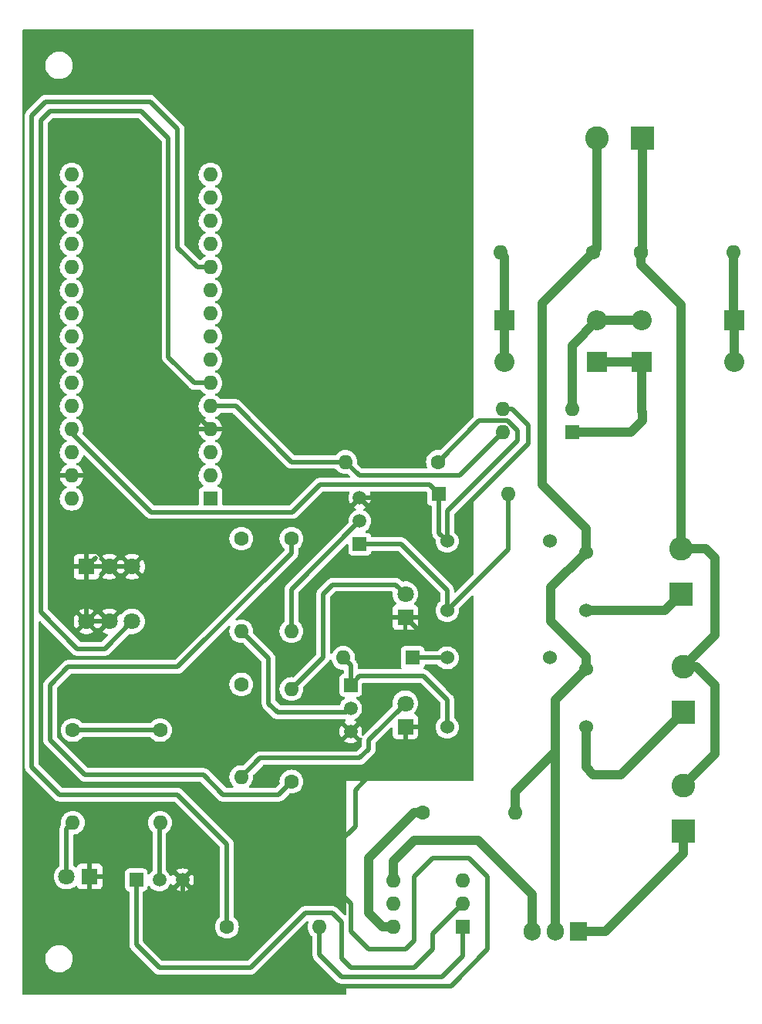
<source format=gbr>
%TF.GenerationSoftware,KiCad,Pcbnew,8.0.3*%
%TF.CreationDate,2024-08-09T13:49:10+02:00*%
%TF.ProjectId,230V_controller,32333056-5f63-46f6-9e74-726f6c6c6572,rev?*%
%TF.SameCoordinates,Original*%
%TF.FileFunction,Copper,L1,Top*%
%TF.FilePolarity,Positive*%
%FSLAX46Y46*%
G04 Gerber Fmt 4.6, Leading zero omitted, Abs format (unit mm)*
G04 Created by KiCad (PCBNEW 8.0.3) date 2024-08-09 13:49:10*
%MOMM*%
%LPD*%
G01*
G04 APERTURE LIST*
%TA.AperFunction,ComponentPad*%
%ADD10R,2.200000X2.200000*%
%TD*%
%TA.AperFunction,ComponentPad*%
%ADD11O,2.200000X2.200000*%
%TD*%
%TA.AperFunction,ComponentPad*%
%ADD12C,1.600000*%
%TD*%
%TA.AperFunction,ComponentPad*%
%ADD13O,1.600000X1.600000*%
%TD*%
%TA.AperFunction,ComponentPad*%
%ADD14R,2.600000X2.600000*%
%TD*%
%TA.AperFunction,ComponentPad*%
%ADD15C,2.600000*%
%TD*%
%TA.AperFunction,ComponentPad*%
%ADD16R,1.500000X1.500000*%
%TD*%
%TA.AperFunction,ComponentPad*%
%ADD17C,1.500000*%
%TD*%
%TA.AperFunction,ComponentPad*%
%ADD18R,1.800000X1.800000*%
%TD*%
%TA.AperFunction,ComponentPad*%
%ADD19C,1.800000*%
%TD*%
%TA.AperFunction,ComponentPad*%
%ADD20R,1.905000X2.000000*%
%TD*%
%TA.AperFunction,ComponentPad*%
%ADD21O,1.905000X2.000000*%
%TD*%
%TA.AperFunction,ComponentPad*%
%ADD22R,1.600000X1.600000*%
%TD*%
%TA.AperFunction,ComponentPad*%
%ADD23C,1.524000*%
%TD*%
%TA.AperFunction,Conductor*%
%ADD24C,0.500000*%
%TD*%
%TA.AperFunction,Conductor*%
%ADD25C,1.000000*%
%TD*%
G04 APERTURE END LIST*
D10*
%TO.P,D3,1,K*%
%TO.N,Net-(D3-K)*%
X237080000Y-78500000D03*
D11*
%TO.P,D3,2,A*%
%TO.N,Net-(D1-K)*%
X226920000Y-78500000D03*
%TD*%
D12*
%TO.P,R10,1*%
%TO.N,DIMMER_EN*%
X189080000Y-118920000D03*
D13*
%TO.P,R10,2*%
%TO.N,Net-(Q4-B)*%
X189080000Y-129080000D03*
%TD*%
D14*
%TO.P,J3,1,Pin_1*%
%TO.N,Net-(J3-Pin_1)*%
X246500000Y-117000000D03*
D15*
%TO.P,J3,2,Pin_2*%
%TO.N,NEUTRAL*%
X246500000Y-112000000D03*
%TD*%
D10*
%TO.P,D1,1,K*%
%TO.N,Net-(D1-K)*%
X226920000Y-74000000D03*
D11*
%TO.P,D1,2,A*%
%TO.N,Net-(D1-A)*%
X237080000Y-74000000D03*
%TD*%
D12*
%TO.P,R5,1*%
%TO.N,DIMM_TRIAC*%
X196420000Y-140500000D03*
D13*
%TO.P,R5,2*%
%TO.N,Net-(R5-Pad2)*%
X206580000Y-140500000D03*
%TD*%
D12*
%TO.P,R1,1*%
%TO.N,L1*%
X236580000Y-66500000D03*
D13*
%TO.P,R1,2*%
%TO.N,Net-(D1-K)*%
X226420000Y-66500000D03*
%TD*%
D16*
%TO.P,Q1,1,C*%
%TO.N,Net-(D7-A)*%
X210000000Y-114000000D03*
D17*
%TO.P,Q1,2,B*%
%TO.N,Net-(Q1-B)*%
X210000000Y-116540000D03*
%TO.P,Q1,3,E*%
%TO.N,GND*%
X210000000Y-119080000D03*
%TD*%
D16*
%TO.P,Q2,1,C*%
%TO.N,Net-(D8-A)*%
X211000000Y-98540000D03*
D17*
%TO.P,Q2,2,B*%
%TO.N,Net-(Q2-B)*%
X211000000Y-96000000D03*
%TO.P,Q2,3,E*%
%TO.N,GND*%
X211000000Y-93460000D03*
%TD*%
D18*
%TO.P,SW2,1,A*%
%TO.N,GND*%
X181000000Y-101000000D03*
D19*
%TO.P,SW2,2,B*%
X183500000Y-101000000D03*
%TO.P,SW2,3,C*%
X186000000Y-101000000D03*
%TO.P,SW2,4,A*%
X181000000Y-107000000D03*
%TO.P,SW2,5,B*%
X183500000Y-107000000D03*
%TO.P,SW2,6,C*%
%TO.N,unconnected-(A1-D3-Pad6)*%
X186000000Y-107000000D03*
%TD*%
D20*
%TO.P,Q3,1,A1*%
%TO.N,Net-(J2-Pin_1)*%
X235000000Y-141000000D03*
D21*
%TO.P,Q3,2,A2*%
%TO.N,L1*%
X232460000Y-141000000D03*
%TO.P,Q3,3,G*%
%TO.N,Net-(Q3-G)*%
X229920000Y-141000000D03*
%TD*%
D12*
%TO.P,R11,1*%
%TO.N,DIMMER_EN*%
X179500000Y-118920000D03*
D13*
%TO.P,R11,2*%
%TO.N,Net-(D9-A)*%
X179500000Y-129080000D03*
%TD*%
D12*
%TO.P,R3,1*%
%TO.N,+5V*%
X219580000Y-89500000D03*
D13*
%TO.P,R3,2*%
%TO.N,ZCD*%
X209420000Y-89500000D03*
%TD*%
D22*
%TO.P,D7,1,K*%
%TO.N,+5V*%
X216810000Y-111000000D03*
D13*
%TO.P,D7,2,A*%
%TO.N,Net-(D7-A)*%
X209190000Y-111000000D03*
%TD*%
D12*
%TO.P,R6,1*%
%TO.N,RELAY_2*%
X203500000Y-124580000D03*
D13*
%TO.P,R6,2*%
%TO.N,Net-(D6-A)*%
X203500000Y-114420000D03*
%TD*%
D23*
%TO.P,K1,1*%
%TO.N,Net-(D7-A)*%
X220600000Y-118600000D03*
%TO.P,K1,2*%
%TO.N,+5V*%
X220600000Y-111000000D03*
%TO.P,K1,3*%
%TO.N,Net-(J3-Pin_1)*%
X235840000Y-118600000D03*
%TO.P,K1,4*%
%TO.N,unconnected-(K1-Pad4)*%
X231840000Y-111000000D03*
%TO.P,K1,5*%
%TO.N,L1*%
X235840000Y-112250000D03*
%TD*%
D14*
%TO.P,J4,1,Pin_1*%
%TO.N,Net-(J4-Pin_1)*%
X246305000Y-104000000D03*
D15*
%TO.P,J4,2,Pin_2*%
%TO.N,NEUTRAL*%
X246305000Y-99000000D03*
%TD*%
D14*
%TO.P,J1,1,Pin_1*%
%TO.N,NEUTRAL*%
X242000000Y-54000000D03*
D15*
%TO.P,J1,2,Pin_2*%
%TO.N,L1*%
X237000000Y-54000000D03*
%TD*%
D10*
%TO.P,D4,1,K*%
%TO.N,Net-(D3-K)*%
X241920000Y-78500000D03*
D11*
%TO.P,D4,2,A*%
%TO.N,Net-(D2-K)*%
X252080000Y-78500000D03*
%TD*%
D12*
%TO.P,R2,1*%
%TO.N,NEUTRAL*%
X241840000Y-66500000D03*
D13*
%TO.P,R2,2*%
%TO.N,Net-(D2-K)*%
X252000000Y-66500000D03*
%TD*%
D12*
%TO.P,R7,1*%
%TO.N,RELAY_1*%
X198000000Y-97920000D03*
D13*
%TO.P,R7,2*%
%TO.N,Net-(Q1-B)*%
X198000000Y-108080000D03*
%TD*%
D18*
%TO.P,D6,1,K*%
%TO.N,GND*%
X216000000Y-106540000D03*
D19*
%TO.P,D6,2,A*%
%TO.N,Net-(D6-A)*%
X216000000Y-104000000D03*
%TD*%
D14*
%TO.P,J2,1,Pin_1*%
%TO.N,Net-(J2-Pin_1)*%
X246500000Y-130000000D03*
D15*
%TO.P,J2,2,Pin_2*%
%TO.N,NEUTRAL*%
X246500000Y-125000000D03*
%TD*%
D10*
%TO.P,D2,1,K*%
%TO.N,Net-(D2-K)*%
X252080000Y-74000000D03*
D11*
%TO.P,D2,2,A*%
%TO.N,Net-(D1-A)*%
X241920000Y-74000000D03*
%TD*%
D23*
%TO.P,K2,1*%
%TO.N,Net-(D8-A)*%
X220600000Y-105800000D03*
%TO.P,K2,2*%
%TO.N,+5V*%
X220600000Y-98200000D03*
%TO.P,K2,3*%
%TO.N,Net-(J4-Pin_1)*%
X235840000Y-105800000D03*
%TO.P,K2,4*%
%TO.N,unconnected-(K2-Pad4)*%
X231840000Y-98200000D03*
%TO.P,K2,5*%
%TO.N,L1*%
X235840000Y-99450000D03*
%TD*%
D16*
%TO.P,Q4,1,C*%
%TO.N,Net-(Q4-C)*%
X186460000Y-135360000D03*
D17*
%TO.P,Q4,2,B*%
%TO.N,Net-(Q4-B)*%
X189000000Y-135360000D03*
%TO.P,Q4,3,E*%
%TO.N,GND*%
X191540000Y-135360000D03*
%TD*%
D18*
%TO.P,D9,1,K*%
%TO.N,GND*%
X181355000Y-135000000D03*
D19*
%TO.P,D9,2,A*%
%TO.N,Net-(D9-A)*%
X178815000Y-135000000D03*
%TD*%
D12*
%TO.P,R8,1*%
%TO.N,RELAY_2*%
X203500000Y-97920000D03*
D13*
%TO.P,R8,2*%
%TO.N,Net-(Q2-B)*%
X203500000Y-108080000D03*
%TD*%
D22*
%TO.P,U3,1*%
%TO.N,Net-(R5-Pad2)*%
X222300000Y-140525000D03*
D13*
%TO.P,U3,2*%
%TO.N,Net-(Q4-C)*%
X222300000Y-137985000D03*
%TO.P,U3,3,NC*%
%TO.N,unconnected-(U3-NC-Pad3)*%
X222300000Y-135445000D03*
%TO.P,U3,4*%
%TO.N,Net-(Q3-G)*%
X214680000Y-135445000D03*
%TO.P,U3,5,NC*%
%TO.N,unconnected-(U3-NC-Pad5)*%
X214680000Y-137985000D03*
%TO.P,U3,6*%
%TO.N,Net-(R9-Pad1)*%
X214680000Y-140525000D03*
%TD*%
D22*
%TO.P,D8,1,K*%
%TO.N,+5V*%
X219690000Y-93000000D03*
D13*
%TO.P,D8,2,A*%
%TO.N,Net-(D8-A)*%
X227310000Y-93000000D03*
%TD*%
D22*
%TO.P,A1,1,D1/TX*%
%TO.N,unconnected-(A1-D1{slash}TX-Pad1)*%
X194610000Y-93540000D03*
D13*
%TO.P,A1,2,D0/RX*%
%TO.N,unconnected-(A1-D0{slash}RX-Pad2)*%
X194610000Y-91000000D03*
%TO.P,A1,3,~{RESET}*%
%TO.N,unconnected-(A1-~{RESET}-Pad3)*%
X194610000Y-88460000D03*
%TO.P,A1,4,GND*%
%TO.N,GND*%
X194610000Y-85920000D03*
%TO.P,A1,5,D2*%
%TO.N,ZCD*%
X194610000Y-83380000D03*
%TO.P,A1,6,D3*%
%TO.N,unconnected-(A1-D3-Pad6)*%
X194610000Y-80840000D03*
%TO.P,A1,7,D4*%
%TO.N,unconnected-(A1-D4-Pad7)*%
X194610000Y-78300000D03*
%TO.P,A1,8,D5*%
%TO.N,unconnected-(A1-D5-Pad8)*%
X194610000Y-75760000D03*
%TO.P,A1,9,D6*%
%TO.N,RELAY_2*%
X194610000Y-73220000D03*
%TO.P,A1,10,D7*%
%TO.N,RELAY_1*%
X194610000Y-70680000D03*
%TO.P,A1,11,D8*%
%TO.N,DIMM_TRIAC*%
X194610000Y-68140000D03*
%TO.P,A1,12,D9*%
%TO.N,DIMMER_EN*%
X194610000Y-65600000D03*
%TO.P,A1,13,D10*%
%TO.N,unconnected-(A1-D10-Pad13)*%
X194610000Y-63060000D03*
%TO.P,A1,14,D11*%
%TO.N,unconnected-(A1-D11-Pad14)*%
X194610000Y-60520000D03*
%TO.P,A1,15,D12*%
%TO.N,unconnected-(A1-D12-Pad15)*%
X194610000Y-57980000D03*
%TO.P,A1,16,D13*%
%TO.N,unconnected-(A1-D13-Pad16)*%
X179370000Y-57980000D03*
%TO.P,A1,17,3V3*%
%TO.N,unconnected-(A1-3V3-Pad17)*%
X179370000Y-60520000D03*
%TO.P,A1,18,AREF*%
%TO.N,unconnected-(A1-AREF-Pad18)*%
X179370000Y-63060000D03*
%TO.P,A1,19,A0*%
%TO.N,unconnected-(A1-A0-Pad19)*%
X179370000Y-65600000D03*
%TO.P,A1,20,A1*%
%TO.N,unconnected-(A1-A1-Pad20)*%
X179370000Y-68140000D03*
%TO.P,A1,21,A2*%
%TO.N,unconnected-(A1-A2-Pad21)*%
X179370000Y-70680000D03*
%TO.P,A1,22,A3*%
%TO.N,unconnected-(A1-A3-Pad22)*%
X179370000Y-73220000D03*
%TO.P,A1,23,A4*%
%TO.N,unconnected-(A1-A4-Pad23)*%
X179370000Y-75760000D03*
%TO.P,A1,24,A5*%
%TO.N,unconnected-(A1-A5-Pad24)*%
X179370000Y-78300000D03*
%TO.P,A1,25,A6*%
%TO.N,unconnected-(A1-A6-Pad25)*%
X179370000Y-80840000D03*
%TO.P,A1,26,A7*%
%TO.N,unconnected-(A1-A7-Pad26)*%
X179370000Y-83380000D03*
%TO.P,A1,27,+5V*%
%TO.N,+5V*%
X179370000Y-85920000D03*
%TO.P,A1,28,~{RESET}*%
%TO.N,unconnected-(A1-~{RESET}-Pad28)*%
X179370000Y-88460000D03*
%TO.P,A1,29,GND*%
%TO.N,GND*%
X179370000Y-91000000D03*
%TO.P,A1,30,VIN*%
%TO.N,unconnected-(A1-VIN-Pad30)*%
X179370000Y-93540000D03*
%TD*%
D12*
%TO.P,R4,1*%
%TO.N,RELAY_1*%
X198000000Y-113920000D03*
D13*
%TO.P,R4,2*%
%TO.N,Net-(D5-A)*%
X198000000Y-124080000D03*
%TD*%
D12*
%TO.P,R9,1*%
%TO.N,Net-(R9-Pad1)*%
X217920000Y-128000000D03*
D13*
%TO.P,R9,2*%
%TO.N,L1*%
X228080000Y-128000000D03*
%TD*%
D22*
%TO.P,U1,1*%
%TO.N,Net-(D3-K)*%
X234300000Y-86275000D03*
D13*
%TO.P,U1,2*%
%TO.N,Net-(D1-A)*%
X234300000Y-83735000D03*
%TO.P,U1,3*%
%TO.N,GND*%
X226680000Y-83735000D03*
%TO.P,U1,4*%
%TO.N,ZCD*%
X226680000Y-86275000D03*
%TD*%
D18*
%TO.P,D5,1,K*%
%TO.N,GND*%
X216000000Y-118540000D03*
D19*
%TO.P,D5,2,A*%
%TO.N,Net-(D5-A)*%
X216000000Y-116000000D03*
%TD*%
D24*
%TO.N,GND*%
X219500000Y-122500000D02*
X218000000Y-122500000D01*
X221000000Y-108000000D02*
X223000000Y-110000000D01*
X217460000Y-108000000D02*
X221000000Y-108000000D01*
X218000000Y-122500000D02*
X216000000Y-120500000D01*
X216000000Y-106540000D02*
X217460000Y-108000000D01*
X223000000Y-110000000D02*
X223000000Y-119000000D01*
X223000000Y-119000000D02*
X219500000Y-122500000D01*
X214460000Y-93460000D02*
X211000000Y-93460000D01*
X217000000Y-96000000D02*
X214460000Y-93460000D01*
X217000000Y-98000000D02*
X217000000Y-96000000D01*
X222000000Y-100000000D02*
X219000000Y-100000000D01*
X229500000Y-87500000D02*
X223000000Y-94000000D01*
X219000000Y-100000000D02*
X217000000Y-98000000D01*
X229500000Y-85500000D02*
X229500000Y-87500000D01*
X227735000Y-83735000D02*
X229500000Y-85500000D01*
X226680000Y-83735000D02*
X227735000Y-83735000D01*
X223000000Y-94000000D02*
X223000000Y-99000000D01*
X223000000Y-99000000D02*
X222000000Y-100000000D01*
%TO.N,+5V*%
X224095000Y-84985000D02*
X219580000Y-89500000D01*
X227197767Y-84985000D02*
X224095000Y-84985000D01*
X228300000Y-87200000D02*
X228300000Y-86087233D01*
X220600000Y-94900000D02*
X228300000Y-87200000D01*
X228300000Y-86087233D02*
X227197767Y-84985000D01*
X220600000Y-98200000D02*
X220600000Y-94900000D01*
D25*
%TO.N,NEUTRAL*%
X242000000Y-66340000D02*
X242000000Y-54000000D01*
X241840000Y-66500000D02*
X242000000Y-66340000D01*
D24*
%TO.N,DIMM_TRIAC*%
X191000000Y-126000000D02*
X196420000Y-131420000D01*
X175000000Y-51500000D02*
X175000000Y-123000000D01*
X196420000Y-131420000D02*
X196420000Y-140500000D01*
X193140000Y-68140000D02*
X191000000Y-66000000D01*
X175000000Y-123000000D02*
X178000000Y-126000000D01*
X176500000Y-50000000D02*
X175000000Y-51500000D01*
X178000000Y-126000000D02*
X191000000Y-126000000D01*
X191000000Y-66000000D02*
X191000000Y-53000000D01*
X188000000Y-50000000D02*
X176500000Y-50000000D01*
X193140000Y-68140000D02*
X194610000Y-68140000D01*
X191000000Y-53000000D02*
X188000000Y-50000000D01*
%TO.N,ZCD*%
X210920000Y-91000000D02*
X209420000Y-89500000D01*
X209420000Y-89500000D02*
X203500000Y-89500000D01*
X197380000Y-83380000D02*
X194610000Y-83380000D01*
X203500000Y-89500000D02*
X197380000Y-83380000D01*
X226680000Y-86275000D02*
X221955000Y-91000000D01*
X221955000Y-91000000D02*
X210920000Y-91000000D01*
%TO.N,RELAY_2*%
X202080000Y-126000000D02*
X196000000Y-126000000D01*
X180847767Y-123847767D02*
X177000000Y-120000000D01*
X191000000Y-112000000D02*
X203500000Y-99500000D01*
X203500000Y-124580000D02*
X202080000Y-126000000D01*
X196000000Y-126000000D02*
X193847767Y-123847767D01*
X203500000Y-99500000D02*
X203500000Y-97920000D01*
X177000000Y-114000000D02*
X179000000Y-112000000D01*
X177000000Y-120000000D02*
X177000000Y-114000000D01*
X179000000Y-112000000D02*
X191000000Y-112000000D01*
X193847767Y-123847767D02*
X180847767Y-123847767D01*
%TO.N,GND*%
X188000000Y-79310000D02*
X188000000Y-56000000D01*
X214000000Y-114000000D02*
X217000000Y-114000000D01*
X225000000Y-135000000D02*
X225000000Y-143000000D01*
X177000000Y-56000000D02*
X177000000Y-90000000D01*
X213000000Y-116080000D02*
X213000000Y-115000000D01*
X212000000Y-143000000D02*
X216000000Y-143000000D01*
X207000000Y-133000000D02*
X207000000Y-135000000D01*
X213000000Y-115000000D02*
X214000000Y-114000000D01*
X219000000Y-133000000D02*
X223000000Y-133000000D01*
X217460000Y-118540000D02*
X216000000Y-118540000D01*
X179000000Y-54000000D02*
X177000000Y-56000000D01*
X217000000Y-135000000D02*
X219000000Y-133000000D01*
X223000000Y-133000000D02*
X225000000Y-135000000D01*
X211500000Y-124500000D02*
X216000000Y-120000000D01*
X221000000Y-147000000D02*
X187355000Y-147000000D01*
X188000000Y-56000000D02*
X186000000Y-54000000D01*
X192760000Y-143000000D02*
X197000000Y-143000000D01*
X210000000Y-141000000D02*
X212000000Y-143000000D01*
X207000000Y-133000000D02*
X210500000Y-129500000D01*
X207000000Y-135000000D02*
X210000000Y-138000000D01*
X183500000Y-107000000D02*
X181000000Y-107000000D01*
X210500000Y-125540000D02*
X211500000Y-124540000D01*
X210000000Y-138000000D02*
X210000000Y-141000000D01*
X181000000Y-101000000D02*
X182000000Y-100000000D01*
X211500000Y-124540000D02*
X211500000Y-124500000D01*
X225000000Y-143000000D02*
X221000000Y-147000000D01*
X192760000Y-143000000D02*
X191540000Y-141780000D01*
X216000000Y-120000000D02*
X216000000Y-118540000D01*
X194610000Y-85920000D02*
X188000000Y-79310000D01*
X210500000Y-129500000D02*
X210500000Y-125540000D01*
X197000000Y-143000000D02*
X207000000Y-133000000D01*
X186000000Y-54000000D02*
X179000000Y-54000000D01*
X183500000Y-101000000D02*
X181000000Y-101000000D01*
X186000000Y-101000000D02*
X183500000Y-101000000D01*
X217000000Y-142000000D02*
X217000000Y-135000000D01*
X181355000Y-141000000D02*
X181355000Y-135000000D01*
X177000000Y-90000000D02*
X178000000Y-91000000D01*
X218500000Y-115500000D02*
X218500000Y-117500000D01*
X181000000Y-101000000D02*
X181000000Y-107000000D01*
X187355000Y-147000000D02*
X181355000Y-141000000D01*
X216000000Y-143000000D02*
X217000000Y-142000000D01*
X210000000Y-119080000D02*
X213000000Y-116080000D01*
X178000000Y-91000000D02*
X179370000Y-91000000D01*
X218500000Y-117500000D02*
X217460000Y-118540000D01*
X217000000Y-114000000D02*
X218500000Y-115500000D01*
X191540000Y-141780000D02*
X191540000Y-135360000D01*
%TO.N,unconnected-(A1-D3-Pad6)*%
X183000000Y-110000000D02*
X180000000Y-110000000D01*
X176000000Y-106000000D02*
X176000000Y-52000000D01*
X176000000Y-52000000D02*
X177000000Y-51000000D01*
X186000000Y-107000000D02*
X183000000Y-110000000D01*
X187000000Y-51000000D02*
X190000000Y-54000000D01*
X192840000Y-80840000D02*
X194240000Y-80840000D01*
X180000000Y-110000000D02*
X176000000Y-106000000D01*
X190000000Y-78000000D02*
X192840000Y-80840000D01*
X177000000Y-51000000D02*
X187000000Y-51000000D01*
X190000000Y-54000000D02*
X190000000Y-78000000D01*
%TO.N,DIMMER_EN*%
X179500000Y-118920000D02*
X189080000Y-118920000D01*
%TO.N,+5V*%
X179000000Y-85920000D02*
X188080000Y-95000000D01*
X203610051Y-95000000D02*
X206610051Y-92000000D01*
X219690000Y-97290000D02*
X220600000Y-98200000D01*
X216810000Y-111000000D02*
X220600000Y-111000000D01*
X188080000Y-95000000D02*
X203610051Y-95000000D01*
X206610051Y-92000000D02*
X218690000Y-92000000D01*
X219690000Y-93000000D02*
X219690000Y-97290000D01*
X218690000Y-92000000D02*
X219690000Y-93000000D01*
D25*
%TO.N,Net-(D1-K)*%
X226920000Y-74000000D02*
X226920000Y-67000000D01*
X226920000Y-78500000D02*
X226920000Y-74000000D01*
D24*
X226920000Y-67000000D02*
X226420000Y-66500000D01*
D25*
%TO.N,Net-(D1-A)*%
X234300000Y-76780000D02*
X237080000Y-74000000D01*
X234300000Y-83735000D02*
X234300000Y-76780000D01*
X241920000Y-74000000D02*
X237080000Y-74000000D01*
%TO.N,Net-(D2-K)*%
X252000000Y-66500000D02*
X252000000Y-73920000D01*
D24*
X252000000Y-73920000D02*
X252080000Y-74000000D01*
D25*
X252080000Y-74000000D02*
X252080000Y-78500000D01*
%TO.N,Net-(D3-K)*%
X242000000Y-85000000D02*
X242000000Y-84000000D01*
X241920000Y-83920000D02*
X241920000Y-78500000D01*
X240725000Y-86275000D02*
X242000000Y-85000000D01*
D24*
X242000000Y-84000000D02*
X241920000Y-83920000D01*
D25*
X241920000Y-78500000D02*
X237080000Y-78500000D01*
X234300000Y-86275000D02*
X240725000Y-86275000D01*
D24*
%TO.N,Net-(D5-A)*%
X211000000Y-122000000D02*
X212000000Y-121000000D01*
X200080000Y-122000000D02*
X211000000Y-122000000D01*
X198000000Y-124080000D02*
X200080000Y-122000000D01*
X212000000Y-121000000D02*
X212000000Y-120000000D01*
X212000000Y-120000000D02*
X216000000Y-116000000D01*
%TO.N,Net-(D6-A)*%
X203500000Y-114420000D02*
X207000000Y-110920000D01*
X207000000Y-104000000D02*
X208040000Y-102960000D01*
X207000000Y-110920000D02*
X207000000Y-104000000D01*
X208040000Y-102960000D02*
X214960000Y-102960000D01*
X214960000Y-102960000D02*
X216000000Y-104000000D01*
%TO.N,Net-(D7-A)*%
X210000000Y-111810000D02*
X209190000Y-111000000D01*
X218000000Y-113000000D02*
X211000000Y-113000000D01*
X220600000Y-115600000D02*
X218000000Y-113000000D01*
X220600000Y-118600000D02*
X220600000Y-115600000D01*
X210000000Y-114000000D02*
X210000000Y-111810000D01*
X211000000Y-113000000D02*
X210000000Y-114000000D01*
%TO.N,Net-(D8-A)*%
X227310000Y-99090000D02*
X220600000Y-105800000D01*
X220600000Y-105800000D02*
X220600000Y-103600000D01*
X215540000Y-98540000D02*
X211000000Y-98540000D01*
X227310000Y-93000000D02*
X227310000Y-99090000D01*
X220600000Y-103600000D02*
X215540000Y-98540000D01*
%TO.N,Net-(D9-A)*%
X178815000Y-135000000D02*
X178815000Y-129765000D01*
X178815000Y-129765000D02*
X179500000Y-129080000D01*
D25*
%TO.N,L1*%
X228080000Y-125710000D02*
X232460000Y-121330000D01*
X235840000Y-99450000D02*
X232000000Y-103290000D01*
X232460000Y-121330000D02*
X232460000Y-115630000D01*
X231000000Y-72080000D02*
X236580000Y-66500000D01*
X235840000Y-99450000D02*
X235840000Y-96840000D01*
X232000000Y-103290000D02*
X232000000Y-107000000D01*
X235840000Y-96840000D02*
X231000000Y-92000000D01*
X232460000Y-115630000D02*
X235840000Y-112250000D01*
X235840000Y-110840000D02*
X235840000Y-112250000D01*
X231000000Y-92000000D02*
X231000000Y-72080000D01*
X228080000Y-128000000D02*
X228080000Y-125710000D01*
X232000000Y-107000000D02*
X235840000Y-110840000D01*
X237000000Y-54000000D02*
X237000000Y-66080000D01*
X232460000Y-141000000D02*
X232460000Y-121330000D01*
D24*
X237000000Y-66080000D02*
X236580000Y-66500000D01*
D25*
%TO.N,NEUTRAL*%
X241840000Y-66500000D02*
X241840000Y-67840000D01*
X248000000Y-112000000D02*
X246500000Y-112000000D01*
X246500000Y-112000000D02*
X250000000Y-108500000D01*
X246305000Y-99000000D02*
X249000000Y-99000000D01*
X249000000Y-99000000D02*
X250000000Y-100000000D01*
X250000000Y-108500000D02*
X250000000Y-100000000D01*
X246305000Y-99000000D02*
X246305000Y-72305000D01*
X241840000Y-67840000D02*
X245500000Y-71500000D01*
X250000000Y-121500000D02*
X250000000Y-114000000D01*
X250000000Y-114000000D02*
X248000000Y-112000000D01*
X246500000Y-125000000D02*
X250000000Y-121500000D01*
X246305000Y-72305000D02*
X245500000Y-71500000D01*
%TO.N,Net-(J2-Pin_1)*%
X235000000Y-141000000D02*
X238000000Y-141000000D01*
X246500000Y-132500000D02*
X246500000Y-130000000D01*
X238000000Y-141000000D02*
X246500000Y-132500000D01*
%TO.N,Net-(J3-Pin_1)*%
X235840000Y-123012944D02*
X236627056Y-123800000D01*
X236627056Y-123800000D02*
X239700000Y-123800000D01*
X235840000Y-118600000D02*
X235840000Y-123012944D01*
D24*
X247000000Y-118000000D02*
X246500000Y-117500000D01*
D25*
X239700000Y-123800000D02*
X246500000Y-117000000D01*
%TO.N,Net-(J4-Pin_1)*%
X235840000Y-105800000D02*
X244505000Y-105800000D01*
X244505000Y-105800000D02*
X246305000Y-104000000D01*
D24*
%TO.N,Net-(Q1-B)*%
X201000000Y-116000000D02*
X202000000Y-117000000D01*
X198000000Y-108080000D02*
X201000000Y-111080000D01*
X202000000Y-117000000D02*
X209540000Y-117000000D01*
X209540000Y-117000000D02*
X210000000Y-116540000D01*
X201000000Y-111080000D02*
X201000000Y-116000000D01*
%TO.N,Net-(Q2-B)*%
X203500000Y-103500000D02*
X203500000Y-108080000D01*
X211000000Y-96000000D02*
X203500000Y-103500000D01*
D25*
%TO.N,Net-(Q3-G)*%
X224000000Y-131000000D02*
X217000000Y-131000000D01*
X214680000Y-133320000D02*
X214680000Y-135445000D01*
X229920000Y-141000000D02*
X229920000Y-136920000D01*
X217000000Y-131000000D02*
X214680000Y-133320000D01*
X229920000Y-136920000D02*
X224000000Y-131000000D01*
D24*
%TO.N,Net-(Q4-C)*%
X208000000Y-139000000D02*
X209000000Y-140000000D01*
X199000000Y-145000000D02*
X205000000Y-139000000D01*
X219000000Y-141285000D02*
X222300000Y-137985000D01*
X209000000Y-144000000D02*
X210000000Y-145000000D01*
X189000000Y-145000000D02*
X186460000Y-142460000D01*
X189000000Y-145000000D02*
X199000000Y-145000000D01*
X217000000Y-145000000D02*
X219000000Y-143000000D01*
X209000000Y-140000000D02*
X209000000Y-144000000D01*
X210000000Y-145000000D02*
X217000000Y-145000000D01*
X219000000Y-143000000D02*
X219000000Y-141285000D01*
X186460000Y-142460000D02*
X186460000Y-135360000D01*
X205000000Y-139000000D02*
X208000000Y-139000000D01*
%TO.N,Net-(Q4-B)*%
X189000000Y-135360000D02*
X189000000Y-129160000D01*
X189000000Y-129160000D02*
X189080000Y-129080000D01*
%TO.N,Net-(R5-Pad2)*%
X209000000Y-146000000D02*
X220000000Y-146000000D01*
X206580000Y-143580000D02*
X209000000Y-146000000D01*
X206580000Y-140500000D02*
X206580000Y-143580000D01*
X220000000Y-146000000D02*
X222300000Y-143700000D01*
X222300000Y-143700000D02*
X222300000Y-140525000D01*
D25*
%TO.N,Net-(R9-Pad1)*%
X212000000Y-139000000D02*
X212000000Y-132960000D01*
X214680000Y-140525000D02*
X213525000Y-140525000D01*
X213525000Y-140525000D02*
X212000000Y-139000000D01*
X216960000Y-128000000D02*
X217920000Y-128000000D01*
X212000000Y-132960000D02*
X216960000Y-128000000D01*
%TD*%
%TA.AperFunction,Conductor*%
%TO.N,GND*%
G36*
X196708798Y-107455083D02*
G01*
X196764731Y-107496955D01*
X196789148Y-107562419D01*
X196777849Y-107623664D01*
X196773262Y-107633501D01*
X196773258Y-107633511D01*
X196714366Y-107853302D01*
X196714364Y-107853313D01*
X196694532Y-108079998D01*
X196694532Y-108080001D01*
X196714364Y-108306686D01*
X196714366Y-108306697D01*
X196773258Y-108526488D01*
X196773261Y-108526497D01*
X196869431Y-108732732D01*
X196869432Y-108732734D01*
X196999954Y-108919141D01*
X197160858Y-109080045D01*
X197160861Y-109080047D01*
X197347266Y-109210568D01*
X197553504Y-109306739D01*
X197773308Y-109365635D01*
X197935230Y-109379801D01*
X197999998Y-109385468D01*
X198000000Y-109385468D01*
X198000001Y-109385468D01*
X198020062Y-109383712D01*
X198166861Y-109370869D01*
X198235359Y-109384635D01*
X198265348Y-109406716D01*
X200213181Y-111354548D01*
X200246666Y-111415871D01*
X200249500Y-111442229D01*
X200249500Y-116073918D01*
X200249500Y-116073920D01*
X200249499Y-116073920D01*
X200278340Y-116218907D01*
X200278343Y-116218917D01*
X200334913Y-116355490D01*
X200334914Y-116355492D01*
X200334915Y-116355494D01*
X200334916Y-116355495D01*
X200339405Y-116362213D01*
X200339407Y-116362219D01*
X200339408Y-116362219D01*
X200417046Y-116478414D01*
X200417052Y-116478421D01*
X201521585Y-117582952D01*
X201521590Y-117582956D01*
X201562372Y-117610205D01*
X201562374Y-117610206D01*
X201644498Y-117665080D01*
X201644511Y-117665087D01*
X201701079Y-117688518D01*
X201701080Y-117688518D01*
X201781088Y-117721659D01*
X201897241Y-117744763D01*
X201916468Y-117748587D01*
X201926081Y-117750500D01*
X209334043Y-117750500D01*
X209401082Y-117770185D01*
X209446837Y-117822989D01*
X209456781Y-117892147D01*
X209427756Y-117955703D01*
X209386447Y-117986882D01*
X209372614Y-117993331D01*
X209310428Y-118036874D01*
X209953554Y-118680000D01*
X209947339Y-118680000D01*
X209845606Y-118707259D01*
X209754394Y-118759920D01*
X209679920Y-118834394D01*
X209627259Y-118925606D01*
X209600000Y-119027339D01*
X209600000Y-119033553D01*
X208956874Y-118390428D01*
X208913333Y-118452613D01*
X208820898Y-118650840D01*
X208820894Y-118650849D01*
X208764289Y-118862105D01*
X208764287Y-118862115D01*
X208745225Y-119079999D01*
X208745225Y-119080000D01*
X208764287Y-119297884D01*
X208764289Y-119297894D01*
X208820894Y-119509150D01*
X208820898Y-119509159D01*
X208913333Y-119707387D01*
X208956874Y-119769571D01*
X209600000Y-119126445D01*
X209600000Y-119132661D01*
X209627259Y-119234394D01*
X209679920Y-119325606D01*
X209754394Y-119400080D01*
X209845606Y-119452741D01*
X209947339Y-119480000D01*
X209953553Y-119480000D01*
X209310427Y-120123124D01*
X209372612Y-120166666D01*
X209570840Y-120259101D01*
X209570849Y-120259105D01*
X209782105Y-120315710D01*
X209782115Y-120315712D01*
X209999999Y-120334775D01*
X210000001Y-120334775D01*
X210217884Y-120315712D01*
X210217894Y-120315710D01*
X210429150Y-120259105D01*
X210429164Y-120259100D01*
X210627383Y-120166669D01*
X210627385Y-120166668D01*
X210689571Y-120123124D01*
X210046448Y-119480000D01*
X210052661Y-119480000D01*
X210154394Y-119452741D01*
X210245606Y-119400080D01*
X210320080Y-119325606D01*
X210372741Y-119234394D01*
X210400000Y-119132661D01*
X210400000Y-119126447D01*
X211043124Y-119769571D01*
X211048853Y-119769069D01*
X211091213Y-119735210D01*
X211160712Y-119728016D01*
X211223067Y-119759538D01*
X211258481Y-119819768D01*
X211259830Y-119874148D01*
X211249500Y-119926082D01*
X211249500Y-120637770D01*
X211229815Y-120704809D01*
X211213181Y-120725451D01*
X210725451Y-121213181D01*
X210664128Y-121246666D01*
X210637770Y-121249500D01*
X200006080Y-121249500D01*
X199861092Y-121278340D01*
X199861082Y-121278343D01*
X199724511Y-121334912D01*
X199724498Y-121334919D01*
X199601584Y-121417048D01*
X199601580Y-121417051D01*
X198265348Y-122753282D01*
X198204025Y-122786767D01*
X198166861Y-122789129D01*
X198000003Y-122774532D01*
X197999998Y-122774532D01*
X197773313Y-122794364D01*
X197773302Y-122794366D01*
X197553511Y-122853258D01*
X197553502Y-122853261D01*
X197347267Y-122949431D01*
X197347265Y-122949432D01*
X197160858Y-123079954D01*
X196999954Y-123240858D01*
X196869432Y-123427265D01*
X196869431Y-123427267D01*
X196773261Y-123633502D01*
X196773258Y-123633511D01*
X196714366Y-123853302D01*
X196714364Y-123853313D01*
X196694532Y-124079998D01*
X196694532Y-124080001D01*
X196714364Y-124306686D01*
X196714366Y-124306697D01*
X196773258Y-124526488D01*
X196773261Y-124526497D01*
X196869431Y-124732732D01*
X196869432Y-124732734D01*
X196999954Y-124919141D01*
X197118632Y-125037819D01*
X197152117Y-125099142D01*
X197147133Y-125168834D01*
X197105261Y-125224767D01*
X197039797Y-125249184D01*
X197030951Y-125249500D01*
X196362229Y-125249500D01*
X196295190Y-125229815D01*
X196274548Y-125213181D01*
X194326188Y-123264819D01*
X194326187Y-123264818D01*
X194326183Y-123264815D01*
X194228430Y-123199500D01*
X194228428Y-123199497D01*
X194203262Y-123182683D01*
X194203257Y-123182680D01*
X194066684Y-123126110D01*
X194066674Y-123126107D01*
X193921687Y-123097267D01*
X193921685Y-123097267D01*
X181209996Y-123097267D01*
X181142957Y-123077582D01*
X181122315Y-123060948D01*
X177786819Y-119725451D01*
X177753334Y-119664128D01*
X177750500Y-119637770D01*
X177750500Y-118919998D01*
X178194532Y-118919998D01*
X178194532Y-118920001D01*
X178214364Y-119146686D01*
X178214366Y-119146697D01*
X178273258Y-119366488D01*
X178273261Y-119366497D01*
X178369431Y-119572732D01*
X178369432Y-119572734D01*
X178499954Y-119759141D01*
X178660858Y-119920045D01*
X178660861Y-119920047D01*
X178847266Y-120050568D01*
X179053504Y-120146739D01*
X179273308Y-120205635D01*
X179425008Y-120218907D01*
X179499998Y-120225468D01*
X179500000Y-120225468D01*
X179500002Y-120225468D01*
X179574878Y-120218917D01*
X179726692Y-120205635D01*
X179946496Y-120146739D01*
X180152734Y-120050568D01*
X180339139Y-119920047D01*
X180500047Y-119759139D01*
X180516802Y-119735210D01*
X180525088Y-119723377D01*
X180579665Y-119679752D01*
X180626663Y-119670500D01*
X187953337Y-119670500D01*
X188020376Y-119690185D01*
X188054912Y-119723377D01*
X188079954Y-119759141D01*
X188240858Y-119920045D01*
X188240861Y-119920047D01*
X188427266Y-120050568D01*
X188633504Y-120146739D01*
X188853308Y-120205635D01*
X189005008Y-120218907D01*
X189079998Y-120225468D01*
X189080000Y-120225468D01*
X189080002Y-120225468D01*
X189154878Y-120218917D01*
X189306692Y-120205635D01*
X189526496Y-120146739D01*
X189732734Y-120050568D01*
X189919139Y-119920047D01*
X190080047Y-119759139D01*
X190210568Y-119572734D01*
X190306739Y-119366496D01*
X190365635Y-119146692D01*
X190385468Y-118920000D01*
X190365635Y-118693308D01*
X190306739Y-118473504D01*
X190210568Y-118267266D01*
X190080047Y-118080861D01*
X190080045Y-118080858D01*
X189919141Y-117919954D01*
X189732734Y-117789432D01*
X189732732Y-117789431D01*
X189526497Y-117693261D01*
X189526488Y-117693258D01*
X189306697Y-117634366D01*
X189306693Y-117634365D01*
X189306692Y-117634365D01*
X189306691Y-117634364D01*
X189306686Y-117634364D01*
X189080002Y-117614532D01*
X189079998Y-117614532D01*
X188853313Y-117634364D01*
X188853302Y-117634366D01*
X188633511Y-117693258D01*
X188633502Y-117693261D01*
X188427267Y-117789431D01*
X188427265Y-117789432D01*
X188240858Y-117919954D01*
X188079954Y-118080858D01*
X188054912Y-118116623D01*
X188000335Y-118160248D01*
X187953337Y-118169500D01*
X180626663Y-118169500D01*
X180559624Y-118149815D01*
X180525088Y-118116623D01*
X180500045Y-118080858D01*
X180339141Y-117919954D01*
X180152734Y-117789432D01*
X180152732Y-117789431D01*
X179946497Y-117693261D01*
X179946488Y-117693258D01*
X179726697Y-117634366D01*
X179726693Y-117634365D01*
X179726692Y-117634365D01*
X179726691Y-117634364D01*
X179726686Y-117634364D01*
X179500002Y-117614532D01*
X179499998Y-117614532D01*
X179273313Y-117634364D01*
X179273302Y-117634366D01*
X179053511Y-117693258D01*
X179053502Y-117693261D01*
X178847267Y-117789431D01*
X178847265Y-117789432D01*
X178660858Y-117919954D01*
X178499954Y-118080858D01*
X178369432Y-118267265D01*
X178369431Y-118267267D01*
X178273261Y-118473502D01*
X178273258Y-118473511D01*
X178214366Y-118693302D01*
X178214364Y-118693313D01*
X178194532Y-118919998D01*
X177750500Y-118919998D01*
X177750500Y-114362229D01*
X177770185Y-114295190D01*
X177786819Y-114274548D01*
X178141369Y-113919998D01*
X196694532Y-113919998D01*
X196694532Y-113920001D01*
X196714364Y-114146686D01*
X196714366Y-114146697D01*
X196773258Y-114366488D01*
X196773261Y-114366497D01*
X196869431Y-114572732D01*
X196869432Y-114572734D01*
X196999954Y-114759141D01*
X197160858Y-114920045D01*
X197160861Y-114920047D01*
X197347266Y-115050568D01*
X197553504Y-115146739D01*
X197773308Y-115205635D01*
X197935230Y-115219801D01*
X197999998Y-115225468D01*
X198000000Y-115225468D01*
X198000002Y-115225468D01*
X198056673Y-115220509D01*
X198226692Y-115205635D01*
X198446496Y-115146739D01*
X198652734Y-115050568D01*
X198839139Y-114920047D01*
X199000047Y-114759139D01*
X199130568Y-114572734D01*
X199226739Y-114366496D01*
X199285635Y-114146692D01*
X199305468Y-113920000D01*
X199285635Y-113693308D01*
X199226739Y-113473504D01*
X199130568Y-113267266D01*
X199032190Y-113126767D01*
X199000045Y-113080858D01*
X198839141Y-112919954D01*
X198652734Y-112789432D01*
X198652732Y-112789431D01*
X198446497Y-112693261D01*
X198446488Y-112693258D01*
X198226697Y-112634366D01*
X198226693Y-112634365D01*
X198226692Y-112634365D01*
X198226691Y-112634364D01*
X198226686Y-112634364D01*
X198000002Y-112614532D01*
X197999998Y-112614532D01*
X197773313Y-112634364D01*
X197773302Y-112634366D01*
X197553511Y-112693258D01*
X197553502Y-112693261D01*
X197347267Y-112789431D01*
X197347265Y-112789432D01*
X197160858Y-112919954D01*
X196999954Y-113080858D01*
X196869432Y-113267265D01*
X196869431Y-113267267D01*
X196773261Y-113473502D01*
X196773258Y-113473511D01*
X196714366Y-113693302D01*
X196714364Y-113693313D01*
X196694532Y-113919998D01*
X178141369Y-113919998D01*
X179274548Y-112786819D01*
X179335871Y-112753334D01*
X179362229Y-112750500D01*
X191073920Y-112750500D01*
X191171462Y-112731096D01*
X191218913Y-112721658D01*
X191355495Y-112665084D01*
X191431152Y-112614532D01*
X191478416Y-112582952D01*
X196577784Y-107483583D01*
X196639106Y-107450099D01*
X196708798Y-107455083D01*
G37*
%TD.AperFunction*%
%TA.AperFunction,Conductor*%
G36*
X223443039Y-42019685D02*
G01*
X223488794Y-42072489D01*
X223500000Y-42124000D01*
X223500000Y-84467269D01*
X223480315Y-84534308D01*
X223463681Y-84554950D01*
X219845348Y-88173282D01*
X219784025Y-88206767D01*
X219746861Y-88209129D01*
X219580003Y-88194532D01*
X219579998Y-88194532D01*
X219353313Y-88214364D01*
X219353302Y-88214366D01*
X219133511Y-88273258D01*
X219133502Y-88273261D01*
X218927267Y-88369431D01*
X218927265Y-88369432D01*
X218740858Y-88499954D01*
X218579954Y-88660858D01*
X218449432Y-88847265D01*
X218449431Y-88847267D01*
X218353261Y-89053502D01*
X218353258Y-89053511D01*
X218294366Y-89273302D01*
X218294364Y-89273313D01*
X218274532Y-89499998D01*
X218274532Y-89500001D01*
X218294364Y-89726686D01*
X218294366Y-89726697D01*
X218353258Y-89946488D01*
X218353263Y-89946502D01*
X218412295Y-90073096D01*
X218422787Y-90142173D01*
X218394267Y-90205957D01*
X218335790Y-90244196D01*
X218299913Y-90249500D01*
X211282229Y-90249500D01*
X211215190Y-90229815D01*
X211194548Y-90213181D01*
X210746716Y-89765348D01*
X210713231Y-89704025D01*
X210710869Y-89666863D01*
X210725468Y-89500000D01*
X210705635Y-89273308D01*
X210646739Y-89053504D01*
X210550568Y-88847266D01*
X210420047Y-88660861D01*
X210420045Y-88660858D01*
X210259141Y-88499954D01*
X210072734Y-88369432D01*
X210072732Y-88369431D01*
X209866497Y-88273261D01*
X209866488Y-88273258D01*
X209646697Y-88214366D01*
X209646693Y-88214365D01*
X209646692Y-88214365D01*
X209646691Y-88214364D01*
X209646686Y-88214364D01*
X209420002Y-88194532D01*
X209419998Y-88194532D01*
X209193313Y-88214364D01*
X209193302Y-88214366D01*
X208973511Y-88273258D01*
X208973502Y-88273261D01*
X208767267Y-88369431D01*
X208767265Y-88369432D01*
X208580858Y-88499954D01*
X208419954Y-88660858D01*
X208394912Y-88696623D01*
X208340335Y-88740248D01*
X208293337Y-88749500D01*
X203862230Y-88749500D01*
X203795191Y-88729815D01*
X203774549Y-88713181D01*
X197858413Y-82797045D01*
X197809179Y-82764150D01*
X197776355Y-82742218D01*
X197735495Y-82714916D01*
X197735494Y-82714915D01*
X197735492Y-82714914D01*
X197735490Y-82714913D01*
X197598917Y-82658343D01*
X197598907Y-82658340D01*
X197453920Y-82629500D01*
X197453918Y-82629500D01*
X195736663Y-82629500D01*
X195669624Y-82609815D01*
X195635088Y-82576623D01*
X195610045Y-82540858D01*
X195449141Y-82379954D01*
X195262734Y-82249432D01*
X195262728Y-82249429D01*
X195204725Y-82222382D01*
X195152285Y-82176210D01*
X195133133Y-82109017D01*
X195153348Y-82042135D01*
X195204725Y-81997618D01*
X195262734Y-81970568D01*
X195449139Y-81840047D01*
X195610047Y-81679139D01*
X195740568Y-81492734D01*
X195836739Y-81286496D01*
X195895635Y-81066692D01*
X195915468Y-80840000D01*
X195895635Y-80613308D01*
X195836739Y-80393504D01*
X195740568Y-80187266D01*
X195610047Y-80000861D01*
X195610045Y-80000858D01*
X195449141Y-79839954D01*
X195262734Y-79709432D01*
X195262728Y-79709429D01*
X195204725Y-79682382D01*
X195152285Y-79636210D01*
X195133133Y-79569017D01*
X195153348Y-79502135D01*
X195204725Y-79457618D01*
X195262734Y-79430568D01*
X195449139Y-79300047D01*
X195610047Y-79139139D01*
X195740568Y-78952734D01*
X195836739Y-78746496D01*
X195895635Y-78526692D01*
X195915468Y-78300000D01*
X195895635Y-78073308D01*
X195836739Y-77853504D01*
X195740568Y-77647266D01*
X195610047Y-77460861D01*
X195610045Y-77460858D01*
X195449141Y-77299954D01*
X195262734Y-77169432D01*
X195262728Y-77169429D01*
X195204725Y-77142382D01*
X195152285Y-77096210D01*
X195133133Y-77029017D01*
X195153348Y-76962135D01*
X195204725Y-76917618D01*
X195262734Y-76890568D01*
X195449139Y-76760047D01*
X195610047Y-76599139D01*
X195740568Y-76412734D01*
X195836739Y-76206496D01*
X195895635Y-75986692D01*
X195915468Y-75760000D01*
X195895635Y-75533308D01*
X195836739Y-75313504D01*
X195740568Y-75107266D01*
X195610047Y-74920861D01*
X195610045Y-74920858D01*
X195449141Y-74759954D01*
X195262734Y-74629432D01*
X195262728Y-74629429D01*
X195204725Y-74602382D01*
X195152285Y-74556210D01*
X195133133Y-74489017D01*
X195153348Y-74422135D01*
X195204725Y-74377618D01*
X195262734Y-74350568D01*
X195449139Y-74220047D01*
X195610047Y-74059139D01*
X195740568Y-73872734D01*
X195836739Y-73666496D01*
X195895635Y-73446692D01*
X195915468Y-73220000D01*
X195895635Y-72993308D01*
X195836739Y-72773504D01*
X195740568Y-72567266D01*
X195610047Y-72380861D01*
X195610045Y-72380858D01*
X195449141Y-72219954D01*
X195262734Y-72089432D01*
X195262728Y-72089429D01*
X195204725Y-72062382D01*
X195152285Y-72016210D01*
X195133133Y-71949017D01*
X195153348Y-71882135D01*
X195204725Y-71837618D01*
X195262734Y-71810568D01*
X195449139Y-71680047D01*
X195610047Y-71519139D01*
X195740568Y-71332734D01*
X195836739Y-71126496D01*
X195895635Y-70906692D01*
X195915468Y-70680000D01*
X195895635Y-70453308D01*
X195836739Y-70233504D01*
X195740568Y-70027266D01*
X195610047Y-69840861D01*
X195610045Y-69840858D01*
X195449141Y-69679954D01*
X195262734Y-69549432D01*
X195262728Y-69549429D01*
X195204725Y-69522382D01*
X195152285Y-69476210D01*
X195133133Y-69409017D01*
X195153348Y-69342135D01*
X195204725Y-69297618D01*
X195262734Y-69270568D01*
X195449139Y-69140047D01*
X195610047Y-68979139D01*
X195740568Y-68792734D01*
X195836739Y-68586496D01*
X195895635Y-68366692D01*
X195915468Y-68140000D01*
X195895635Y-67913308D01*
X195836739Y-67693504D01*
X195740568Y-67487266D01*
X195610047Y-67300861D01*
X195610045Y-67300858D01*
X195449141Y-67139954D01*
X195262734Y-67009432D01*
X195262728Y-67009429D01*
X195204725Y-66982382D01*
X195152285Y-66936210D01*
X195133133Y-66869017D01*
X195153348Y-66802135D01*
X195204725Y-66757618D01*
X195262734Y-66730568D01*
X195449139Y-66600047D01*
X195610047Y-66439139D01*
X195740568Y-66252734D01*
X195836739Y-66046496D01*
X195895635Y-65826692D01*
X195915468Y-65600000D01*
X195895635Y-65373308D01*
X195836739Y-65153504D01*
X195740568Y-64947266D01*
X195610047Y-64760861D01*
X195610045Y-64760858D01*
X195449141Y-64599954D01*
X195262734Y-64469432D01*
X195262728Y-64469429D01*
X195204725Y-64442382D01*
X195152285Y-64396210D01*
X195133133Y-64329017D01*
X195153348Y-64262135D01*
X195204725Y-64217618D01*
X195262734Y-64190568D01*
X195449139Y-64060047D01*
X195610047Y-63899139D01*
X195740568Y-63712734D01*
X195836739Y-63506496D01*
X195895635Y-63286692D01*
X195915468Y-63060000D01*
X195895635Y-62833308D01*
X195836739Y-62613504D01*
X195740568Y-62407266D01*
X195610047Y-62220861D01*
X195610045Y-62220858D01*
X195449141Y-62059954D01*
X195262734Y-61929432D01*
X195262728Y-61929429D01*
X195204725Y-61902382D01*
X195152285Y-61856210D01*
X195133133Y-61789017D01*
X195153348Y-61722135D01*
X195204725Y-61677618D01*
X195262734Y-61650568D01*
X195449139Y-61520047D01*
X195610047Y-61359139D01*
X195740568Y-61172734D01*
X195836739Y-60966496D01*
X195895635Y-60746692D01*
X195915468Y-60520000D01*
X195895635Y-60293308D01*
X195836739Y-60073504D01*
X195740568Y-59867266D01*
X195610047Y-59680861D01*
X195610045Y-59680858D01*
X195449141Y-59519954D01*
X195262734Y-59389432D01*
X195262728Y-59389429D01*
X195204725Y-59362382D01*
X195152285Y-59316210D01*
X195133133Y-59249017D01*
X195153348Y-59182135D01*
X195204725Y-59137618D01*
X195262734Y-59110568D01*
X195449139Y-58980047D01*
X195610047Y-58819139D01*
X195740568Y-58632734D01*
X195836739Y-58426496D01*
X195895635Y-58206692D01*
X195915468Y-57980000D01*
X195895635Y-57753308D01*
X195836739Y-57533504D01*
X195740568Y-57327266D01*
X195610047Y-57140861D01*
X195610045Y-57140858D01*
X195449141Y-56979954D01*
X195262734Y-56849432D01*
X195262732Y-56849431D01*
X195056497Y-56753261D01*
X195056488Y-56753258D01*
X194836697Y-56694366D01*
X194836693Y-56694365D01*
X194836692Y-56694365D01*
X194836691Y-56694364D01*
X194836686Y-56694364D01*
X194610002Y-56674532D01*
X194609998Y-56674532D01*
X194383313Y-56694364D01*
X194383302Y-56694366D01*
X194163511Y-56753258D01*
X194163502Y-56753261D01*
X193957267Y-56849431D01*
X193957265Y-56849432D01*
X193770858Y-56979954D01*
X193609954Y-57140858D01*
X193479432Y-57327265D01*
X193479431Y-57327267D01*
X193383261Y-57533502D01*
X193383258Y-57533511D01*
X193324366Y-57753302D01*
X193324364Y-57753313D01*
X193304532Y-57979998D01*
X193304532Y-57980001D01*
X193324364Y-58206686D01*
X193324366Y-58206697D01*
X193383258Y-58426488D01*
X193383261Y-58426497D01*
X193479431Y-58632732D01*
X193479432Y-58632734D01*
X193609954Y-58819141D01*
X193770858Y-58980045D01*
X193770861Y-58980047D01*
X193957266Y-59110568D01*
X194015275Y-59137618D01*
X194067714Y-59183791D01*
X194086866Y-59250984D01*
X194066650Y-59317865D01*
X194015275Y-59362382D01*
X193957267Y-59389431D01*
X193957265Y-59389432D01*
X193770858Y-59519954D01*
X193609954Y-59680858D01*
X193479432Y-59867265D01*
X193479431Y-59867267D01*
X193383261Y-60073502D01*
X193383258Y-60073511D01*
X193324366Y-60293302D01*
X193324364Y-60293313D01*
X193304532Y-60519998D01*
X193304532Y-60520001D01*
X193324364Y-60746686D01*
X193324366Y-60746697D01*
X193383258Y-60966488D01*
X193383261Y-60966497D01*
X193479431Y-61172732D01*
X193479432Y-61172734D01*
X193609954Y-61359141D01*
X193770858Y-61520045D01*
X193770861Y-61520047D01*
X193957266Y-61650568D01*
X194015275Y-61677618D01*
X194067714Y-61723791D01*
X194086866Y-61790984D01*
X194066650Y-61857865D01*
X194015275Y-61902382D01*
X193957267Y-61929431D01*
X193957265Y-61929432D01*
X193770858Y-62059954D01*
X193609954Y-62220858D01*
X193479432Y-62407265D01*
X193479431Y-62407267D01*
X193383261Y-62613502D01*
X193383258Y-62613511D01*
X193324366Y-62833302D01*
X193324364Y-62833313D01*
X193304532Y-63059998D01*
X193304532Y-63060001D01*
X193324364Y-63286686D01*
X193324366Y-63286697D01*
X193383258Y-63506488D01*
X193383261Y-63506497D01*
X193479431Y-63712732D01*
X193479432Y-63712734D01*
X193609954Y-63899141D01*
X193770858Y-64060045D01*
X193770861Y-64060047D01*
X193957266Y-64190568D01*
X194015275Y-64217618D01*
X194067714Y-64263791D01*
X194086866Y-64330984D01*
X194066650Y-64397865D01*
X194015275Y-64442382D01*
X193957267Y-64469431D01*
X193957265Y-64469432D01*
X193770858Y-64599954D01*
X193609954Y-64760858D01*
X193479432Y-64947265D01*
X193479431Y-64947267D01*
X193383261Y-65153502D01*
X193383258Y-65153511D01*
X193324366Y-65373302D01*
X193324364Y-65373313D01*
X193304532Y-65599998D01*
X193304532Y-65600001D01*
X193324364Y-65826686D01*
X193324366Y-65826697D01*
X193383258Y-66046488D01*
X193383261Y-66046497D01*
X193479431Y-66252732D01*
X193479432Y-66252734D01*
X193609954Y-66439141D01*
X193770858Y-66600045D01*
X193770861Y-66600047D01*
X193957266Y-66730568D01*
X194015275Y-66757618D01*
X194067714Y-66803791D01*
X194086866Y-66870984D01*
X194066650Y-66937865D01*
X194015275Y-66982382D01*
X193957267Y-67009431D01*
X193957265Y-67009432D01*
X193770858Y-67139954D01*
X193609953Y-67300859D01*
X193592690Y-67325513D01*
X193538112Y-67369137D01*
X193468613Y-67376328D01*
X193406259Y-67344804D01*
X193403436Y-67342068D01*
X191786819Y-65725451D01*
X191753334Y-65664128D01*
X191750500Y-65637770D01*
X191750500Y-52926081D01*
X191750499Y-52926080D01*
X191735267Y-52849500D01*
X191721659Y-52781088D01*
X191673608Y-52665084D01*
X191665084Y-52644505D01*
X191582951Y-52521584D01*
X191478416Y-52417049D01*
X190811867Y-51750500D01*
X188478421Y-49417052D01*
X188478414Y-49417046D01*
X188404729Y-49367812D01*
X188404729Y-49367813D01*
X188355491Y-49334913D01*
X188218917Y-49278343D01*
X188218907Y-49278340D01*
X188073920Y-49249500D01*
X188073918Y-49249500D01*
X176573917Y-49249500D01*
X176426082Y-49249500D01*
X176426080Y-49249500D01*
X176281092Y-49278340D01*
X176281082Y-49278343D01*
X176144511Y-49334912D01*
X176144498Y-49334919D01*
X176021584Y-49417048D01*
X176021580Y-49417051D01*
X174417050Y-51021580D01*
X174417044Y-51021588D01*
X174367812Y-51095268D01*
X174367813Y-51095269D01*
X174334921Y-51144496D01*
X174334914Y-51144508D01*
X174278342Y-51281086D01*
X174278340Y-51281092D01*
X174249500Y-51426079D01*
X174249500Y-51426082D01*
X174249500Y-123073918D01*
X174249500Y-123073920D01*
X174249499Y-123073920D01*
X174278340Y-123218907D01*
X174278343Y-123218917D01*
X174334913Y-123355490D01*
X174334914Y-123355491D01*
X174334916Y-123355495D01*
X174351648Y-123380536D01*
X174382871Y-123427266D01*
X174417051Y-123478420D01*
X174417052Y-123478421D01*
X176804266Y-125865633D01*
X177521585Y-126582952D01*
X177548839Y-126601162D01*
X177562374Y-126610206D01*
X177644498Y-126665080D01*
X177644511Y-126665087D01*
X177701079Y-126688518D01*
X177701080Y-126688518D01*
X177781088Y-126721659D01*
X177897241Y-126744763D01*
X177916468Y-126748587D01*
X177926081Y-126750500D01*
X177926082Y-126750500D01*
X177926083Y-126750500D01*
X178073918Y-126750500D01*
X190637770Y-126750500D01*
X190704809Y-126770185D01*
X190725451Y-126786819D01*
X195633181Y-131694548D01*
X195666666Y-131755871D01*
X195669500Y-131782229D01*
X195669500Y-139373336D01*
X195649815Y-139440375D01*
X195616625Y-139474910D01*
X195580863Y-139499951D01*
X195419951Y-139660862D01*
X195289432Y-139847265D01*
X195289431Y-139847267D01*
X195193261Y-140053502D01*
X195193258Y-140053511D01*
X195134366Y-140273302D01*
X195134364Y-140273313D01*
X195114532Y-140499998D01*
X195114532Y-140500001D01*
X195134364Y-140726686D01*
X195134366Y-140726697D01*
X195193258Y-140946488D01*
X195193261Y-140946497D01*
X195289431Y-141152732D01*
X195289432Y-141152734D01*
X195419954Y-141339141D01*
X195580858Y-141500045D01*
X195580861Y-141500047D01*
X195767266Y-141630568D01*
X195973504Y-141726739D01*
X196193308Y-141785635D01*
X196355230Y-141799801D01*
X196419998Y-141805468D01*
X196420000Y-141805468D01*
X196420002Y-141805468D01*
X196476673Y-141800509D01*
X196646692Y-141785635D01*
X196866496Y-141726739D01*
X197072734Y-141630568D01*
X197259139Y-141500047D01*
X197420047Y-141339139D01*
X197550568Y-141152734D01*
X197646739Y-140946496D01*
X197705635Y-140726692D01*
X197725468Y-140500000D01*
X197705635Y-140273308D01*
X197646739Y-140053504D01*
X197550568Y-139847266D01*
X197420047Y-139660861D01*
X197259139Y-139499953D01*
X197254373Y-139496615D01*
X197223375Y-139474910D01*
X197179751Y-139420332D01*
X197170500Y-139373336D01*
X197170500Y-131346081D01*
X197170499Y-131346080D01*
X197159710Y-131291836D01*
X197141659Y-131201088D01*
X197099182Y-131098540D01*
X197085084Y-131064505D01*
X197085082Y-131064502D01*
X197085080Y-131064498D01*
X197002952Y-130941585D01*
X197002951Y-130941584D01*
X196898416Y-130837049D01*
X191478416Y-125417048D01*
X191478415Y-125417047D01*
X191478413Y-125417045D01*
X191432247Y-125386200D01*
X191401469Y-125365635D01*
X191401468Y-125365634D01*
X191355503Y-125334920D01*
X191355488Y-125334912D01*
X191218917Y-125278343D01*
X191218907Y-125278340D01*
X191073920Y-125249500D01*
X191073918Y-125249500D01*
X178362229Y-125249500D01*
X178295190Y-125229815D01*
X178274548Y-125213181D01*
X175786819Y-122725451D01*
X175753334Y-122664128D01*
X175750500Y-122637770D01*
X175750500Y-120073920D01*
X176249499Y-120073920D01*
X176278340Y-120218907D01*
X176278343Y-120218917D01*
X176334914Y-120355492D01*
X176367812Y-120404727D01*
X176367813Y-120404730D01*
X176417046Y-120478414D01*
X176417052Y-120478421D01*
X180264816Y-124326183D01*
X180369351Y-124430718D01*
X180369352Y-124430719D01*
X180492265Y-124512847D01*
X180492278Y-124512854D01*
X180628849Y-124569423D01*
X180628854Y-124569425D01*
X180628858Y-124569425D01*
X180628859Y-124569426D01*
X180773846Y-124598267D01*
X180773849Y-124598267D01*
X193485537Y-124598267D01*
X193552576Y-124617952D01*
X193573218Y-124634586D01*
X195417049Y-126478416D01*
X195521582Y-126582949D01*
X195521585Y-126582952D01*
X195644498Y-126665080D01*
X195644511Y-126665087D01*
X195781082Y-126721656D01*
X195781087Y-126721658D01*
X195781091Y-126721658D01*
X195781092Y-126721659D01*
X195926079Y-126750500D01*
X195926082Y-126750500D01*
X202153920Y-126750500D01*
X202251462Y-126731096D01*
X202298913Y-126721658D01*
X202435495Y-126665084D01*
X202484729Y-126632186D01*
X202558416Y-126582952D01*
X203234652Y-125906714D01*
X203295973Y-125873231D01*
X203333135Y-125870869D01*
X203476366Y-125883400D01*
X203499999Y-125885468D01*
X203500000Y-125885468D01*
X203500002Y-125885468D01*
X203556673Y-125880509D01*
X203726692Y-125865635D01*
X203946496Y-125806739D01*
X204152734Y-125710568D01*
X204339139Y-125580047D01*
X204500047Y-125419139D01*
X204630568Y-125232734D01*
X204726739Y-125026496D01*
X204785635Y-124806692D01*
X204805468Y-124580000D01*
X204785635Y-124353308D01*
X204726739Y-124133504D01*
X204630568Y-123927266D01*
X204500047Y-123740861D01*
X204500045Y-123740858D01*
X204339141Y-123579954D01*
X204152734Y-123449432D01*
X204152732Y-123449431D01*
X203946497Y-123353261D01*
X203946488Y-123353258D01*
X203726697Y-123294366D01*
X203726693Y-123294365D01*
X203726692Y-123294365D01*
X203726691Y-123294364D01*
X203726686Y-123294364D01*
X203500002Y-123274532D01*
X203499998Y-123274532D01*
X203273313Y-123294364D01*
X203273302Y-123294366D01*
X203053511Y-123353258D01*
X203053502Y-123353261D01*
X202847267Y-123449431D01*
X202847265Y-123449432D01*
X202660858Y-123579954D01*
X202499954Y-123740858D01*
X202369432Y-123927265D01*
X202369431Y-123927267D01*
X202273261Y-124133502D01*
X202273258Y-124133511D01*
X202214366Y-124353302D01*
X202214364Y-124353313D01*
X202194532Y-124579998D01*
X202194532Y-124580003D01*
X202209129Y-124746861D01*
X202195362Y-124815360D01*
X202173282Y-124845348D01*
X201805451Y-125213181D01*
X201744128Y-125246666D01*
X201717770Y-125249500D01*
X198969049Y-125249500D01*
X198902010Y-125229815D01*
X198856255Y-125177011D01*
X198846311Y-125107853D01*
X198875336Y-125044297D01*
X198881368Y-125037819D01*
X199000045Y-124919141D01*
X199000047Y-124919139D01*
X199130568Y-124732734D01*
X199226739Y-124526496D01*
X199285635Y-124306692D01*
X199305468Y-124080000D01*
X199290869Y-123913137D01*
X199304635Y-123844639D01*
X199326713Y-123814653D01*
X200354548Y-122786819D01*
X200415871Y-122753334D01*
X200442229Y-122750500D01*
X211073920Y-122750500D01*
X211171462Y-122731096D01*
X211218913Y-122721658D01*
X211355495Y-122665084D01*
X211404729Y-122632186D01*
X211478416Y-122582952D01*
X212582952Y-121478415D01*
X212634371Y-121401460D01*
X212665084Y-121355495D01*
X212697042Y-121278342D01*
X212721659Y-121218912D01*
X212750500Y-121073917D01*
X212750500Y-120926082D01*
X212750500Y-120362228D01*
X212770185Y-120295189D01*
X212786814Y-120274552D01*
X214388319Y-118673046D01*
X214449642Y-118639562D01*
X214519334Y-118644546D01*
X214575267Y-118686418D01*
X214599684Y-118751882D01*
X214600000Y-118760728D01*
X214600000Y-119487844D01*
X214606401Y-119547372D01*
X214606403Y-119547379D01*
X214656645Y-119682086D01*
X214656649Y-119682093D01*
X214742809Y-119797187D01*
X214742812Y-119797190D01*
X214857906Y-119883350D01*
X214857913Y-119883354D01*
X214992620Y-119933596D01*
X214992627Y-119933598D01*
X215052155Y-119939999D01*
X215052172Y-119940000D01*
X215750000Y-119940000D01*
X215750000Y-118915277D01*
X215826306Y-118959333D01*
X215940756Y-118990000D01*
X216059244Y-118990000D01*
X216173694Y-118959333D01*
X216250000Y-118915277D01*
X216250000Y-119940000D01*
X216947828Y-119940000D01*
X216947844Y-119939999D01*
X217007372Y-119933598D01*
X217007379Y-119933596D01*
X217142086Y-119883354D01*
X217142093Y-119883350D01*
X217257187Y-119797190D01*
X217257190Y-119797187D01*
X217343350Y-119682093D01*
X217343354Y-119682086D01*
X217393596Y-119547379D01*
X217393598Y-119547372D01*
X217399999Y-119487844D01*
X217400000Y-119487827D01*
X217400000Y-118790000D01*
X216375278Y-118790000D01*
X216419333Y-118713694D01*
X216450000Y-118599244D01*
X216450000Y-118480756D01*
X216419333Y-118366306D01*
X216375278Y-118290000D01*
X217400000Y-118290000D01*
X217400000Y-117592172D01*
X217399999Y-117592155D01*
X217393598Y-117532627D01*
X217393596Y-117532620D01*
X217343354Y-117397913D01*
X217343350Y-117397906D01*
X217257190Y-117282812D01*
X217257187Y-117282809D01*
X217142093Y-117196649D01*
X217142086Y-117196645D01*
X217061729Y-117166674D01*
X217005795Y-117124803D01*
X216981378Y-117059338D01*
X216996230Y-116991065D01*
X217013826Y-116966516D01*
X217108979Y-116863153D01*
X217235924Y-116668849D01*
X217329157Y-116456300D01*
X217386134Y-116231305D01*
X217386135Y-116231297D01*
X217405300Y-116000006D01*
X217405300Y-115999993D01*
X217386135Y-115768702D01*
X217386133Y-115768691D01*
X217329157Y-115543699D01*
X217235924Y-115331151D01*
X217108983Y-115136852D01*
X217108980Y-115136849D01*
X217108979Y-115136847D01*
X216951784Y-114966087D01*
X216951779Y-114966083D01*
X216951777Y-114966081D01*
X216768634Y-114823535D01*
X216768628Y-114823531D01*
X216564504Y-114713064D01*
X216564495Y-114713061D01*
X216344984Y-114637702D01*
X216173282Y-114609050D01*
X216116049Y-114599500D01*
X215883951Y-114599500D01*
X215838164Y-114607140D01*
X215655015Y-114637702D01*
X215435504Y-114713061D01*
X215435495Y-114713064D01*
X215231371Y-114823531D01*
X215231365Y-114823535D01*
X215048222Y-114966081D01*
X215048219Y-114966084D01*
X214891016Y-115136852D01*
X214764075Y-115331151D01*
X214670842Y-115543699D01*
X214613866Y-115768691D01*
X214613864Y-115768702D01*
X214594700Y-115999993D01*
X214594700Y-116000006D01*
X214613865Y-116231303D01*
X214615455Y-116237581D01*
X214612829Y-116307401D01*
X214582930Y-116355701D01*
X211414691Y-119523940D01*
X211353368Y-119557425D01*
X211283676Y-119552441D01*
X211227743Y-119510569D01*
X211203326Y-119445105D01*
X211207235Y-119404165D01*
X211235711Y-119297890D01*
X211235712Y-119297884D01*
X211254775Y-119080000D01*
X211254775Y-119079999D01*
X211235712Y-118862115D01*
X211235710Y-118862105D01*
X211179105Y-118650849D01*
X211179101Y-118650840D01*
X211086667Y-118452614D01*
X211086666Y-118452612D01*
X211043124Y-118390428D01*
X211043124Y-118390427D01*
X210400000Y-119033551D01*
X210400000Y-119027339D01*
X210372741Y-118925606D01*
X210320080Y-118834394D01*
X210245606Y-118759920D01*
X210154394Y-118707259D01*
X210052661Y-118680000D01*
X210046447Y-118680000D01*
X210689571Y-118036874D01*
X210627387Y-117993333D01*
X210475824Y-117922658D01*
X210423385Y-117876486D01*
X210404233Y-117809292D01*
X210424449Y-117742411D01*
X210475822Y-117697895D01*
X210627639Y-117627102D01*
X210806877Y-117501598D01*
X210961598Y-117346877D01*
X211087102Y-117167639D01*
X211179575Y-116969330D01*
X211236207Y-116757977D01*
X211255277Y-116540000D01*
X211236207Y-116322023D01*
X211179575Y-116110670D01*
X211087102Y-115912362D01*
X211087100Y-115912359D01*
X211087099Y-115912357D01*
X210961599Y-115733124D01*
X210892603Y-115664128D01*
X210806877Y-115578402D01*
X210660733Y-115476071D01*
X210617112Y-115421497D01*
X210609919Y-115351998D01*
X210641441Y-115289644D01*
X210701671Y-115254230D01*
X210731859Y-115250499D01*
X210797872Y-115250499D01*
X210857483Y-115244091D01*
X210992331Y-115193796D01*
X211107546Y-115107546D01*
X211193796Y-114992331D01*
X211244091Y-114857483D01*
X211250500Y-114797873D01*
X211250499Y-113874499D01*
X211270183Y-113807461D01*
X211322987Y-113761706D01*
X211374499Y-113750500D01*
X217637770Y-113750500D01*
X217704809Y-113770185D01*
X217725451Y-113786819D01*
X219813181Y-115874548D01*
X219846666Y-115935871D01*
X219849500Y-115962229D01*
X219849500Y-117519726D01*
X219829815Y-117586765D01*
X219796625Y-117621299D01*
X219785389Y-117629166D01*
X219785382Y-117629172D01*
X219629172Y-117785381D01*
X219502466Y-117966338D01*
X219502465Y-117966340D01*
X219409107Y-118166548D01*
X219409104Y-118166554D01*
X219351930Y-118379929D01*
X219351929Y-118379937D01*
X219332677Y-118599997D01*
X219332677Y-118600002D01*
X219351929Y-118820062D01*
X219351930Y-118820070D01*
X219409104Y-119033445D01*
X219409105Y-119033447D01*
X219409106Y-119033450D01*
X219461914Y-119146697D01*
X219502466Y-119233662D01*
X219502468Y-119233666D01*
X219629170Y-119414615D01*
X219629175Y-119414621D01*
X219785378Y-119570824D01*
X219785384Y-119570829D01*
X219966333Y-119697531D01*
X219966335Y-119697532D01*
X219966338Y-119697534D01*
X220166550Y-119790894D01*
X220379932Y-119848070D01*
X220537123Y-119861822D01*
X220599998Y-119867323D01*
X220600000Y-119867323D01*
X220600002Y-119867323D01*
X220655017Y-119862509D01*
X220820068Y-119848070D01*
X221033450Y-119790894D01*
X221233662Y-119697534D01*
X221414620Y-119570826D01*
X221570826Y-119414620D01*
X221697534Y-119233662D01*
X221790894Y-119033450D01*
X221848070Y-118820068D01*
X221867323Y-118600000D01*
X221848070Y-118379932D01*
X221790894Y-118166550D01*
X221697534Y-117966339D01*
X221577756Y-117795277D01*
X221570827Y-117785381D01*
X221505021Y-117719575D01*
X221414620Y-117629174D01*
X221414616Y-117629171D01*
X221414610Y-117629166D01*
X221403375Y-117621299D01*
X221359751Y-117566722D01*
X221350500Y-117519726D01*
X221350500Y-115526079D01*
X221321659Y-115381092D01*
X221321658Y-115381091D01*
X221321658Y-115381087D01*
X221289642Y-115303793D01*
X221265087Y-115244511D01*
X221265080Y-115244498D01*
X221182952Y-115121585D01*
X221134099Y-115072732D01*
X221078416Y-115017049D01*
X220481365Y-114419998D01*
X218478421Y-112417052D01*
X218478414Y-112417046D01*
X218404729Y-112367812D01*
X218404729Y-112367813D01*
X218355491Y-112334913D01*
X218218917Y-112278343D01*
X218218908Y-112278340D01*
X218114423Y-112257556D01*
X218052513Y-112225170D01*
X218017939Y-112164454D01*
X218021680Y-112094685D01*
X218039350Y-112061627D01*
X218053796Y-112042331D01*
X218104091Y-111907483D01*
X218109062Y-111861242D01*
X218135799Y-111796694D01*
X218193191Y-111756846D01*
X218232351Y-111750500D01*
X219519726Y-111750500D01*
X219586765Y-111770185D01*
X219621300Y-111803376D01*
X219629171Y-111814617D01*
X219629173Y-111814619D01*
X219629174Y-111814620D01*
X219785380Y-111970826D01*
X219785383Y-111970828D01*
X219785384Y-111970829D01*
X219966333Y-112097531D01*
X219966335Y-112097532D01*
X219966338Y-112097534D01*
X220166550Y-112190894D01*
X220379932Y-112248070D01*
X220537123Y-112261822D01*
X220599998Y-112267323D01*
X220600000Y-112267323D01*
X220600002Y-112267323D01*
X220655017Y-112262509D01*
X220820068Y-112248070D01*
X221033450Y-112190894D01*
X221233662Y-112097534D01*
X221414620Y-111970826D01*
X221570826Y-111814620D01*
X221697534Y-111633662D01*
X221790894Y-111433450D01*
X221848070Y-111220068D01*
X221867323Y-111000000D01*
X221848070Y-110779932D01*
X221790894Y-110566550D01*
X221697534Y-110366339D01*
X221615723Y-110249500D01*
X221570827Y-110185381D01*
X221524198Y-110138752D01*
X221414620Y-110029174D01*
X221414616Y-110029171D01*
X221414615Y-110029170D01*
X221233666Y-109902468D01*
X221233662Y-109902466D01*
X221104965Y-109842454D01*
X221033450Y-109809106D01*
X221033447Y-109809105D01*
X221033445Y-109809104D01*
X220820070Y-109751930D01*
X220820062Y-109751929D01*
X220600002Y-109732677D01*
X220599998Y-109732677D01*
X220379937Y-109751929D01*
X220379929Y-109751930D01*
X220166554Y-109809104D01*
X220166548Y-109809107D01*
X219966340Y-109902465D01*
X219966338Y-109902466D01*
X219785377Y-110029175D01*
X219629173Y-110185379D01*
X219621300Y-110196624D01*
X219566723Y-110240249D01*
X219519726Y-110249500D01*
X218232351Y-110249500D01*
X218165312Y-110229815D01*
X218119557Y-110177011D01*
X218109061Y-110138752D01*
X218104091Y-110092516D01*
X218053797Y-109957671D01*
X218053793Y-109957664D01*
X217967547Y-109842455D01*
X217967544Y-109842452D01*
X217852335Y-109756206D01*
X217852328Y-109756202D01*
X217717482Y-109705908D01*
X217717483Y-109705908D01*
X217657883Y-109699501D01*
X217657881Y-109699500D01*
X217657873Y-109699500D01*
X217657864Y-109699500D01*
X215962129Y-109699500D01*
X215962123Y-109699501D01*
X215902516Y-109705908D01*
X215767671Y-109756202D01*
X215767664Y-109756206D01*
X215652455Y-109842452D01*
X215652452Y-109842455D01*
X215566206Y-109957664D01*
X215566202Y-109957671D01*
X215515908Y-110092517D01*
X215509501Y-110152116D01*
X215509500Y-110152135D01*
X215509500Y-111847870D01*
X215509501Y-111847876D01*
X215515908Y-111907483D01*
X215566202Y-112042328D01*
X215566206Y-112042334D01*
X215572835Y-112051190D01*
X215597252Y-112116654D01*
X215582400Y-112184927D01*
X215532995Y-112234332D01*
X215473568Y-112249500D01*
X210926079Y-112249500D01*
X210898683Y-112254948D01*
X210829092Y-112248716D01*
X210773918Y-112205849D01*
X210750677Y-112139958D01*
X210750500Y-112133329D01*
X210750500Y-111736079D01*
X210721659Y-111591092D01*
X210721658Y-111591091D01*
X210721658Y-111591087D01*
X210665084Y-111454505D01*
X210627607Y-111398416D01*
X210627607Y-111398415D01*
X210585178Y-111334916D01*
X210582952Y-111331584D01*
X210516714Y-111265346D01*
X210483231Y-111204026D01*
X210480869Y-111166863D01*
X210495468Y-111000000D01*
X210475635Y-110773308D01*
X210424629Y-110582950D01*
X210416741Y-110553511D01*
X210416738Y-110553502D01*
X210320568Y-110347267D01*
X210320567Y-110347265D01*
X210190045Y-110160858D01*
X210029141Y-109999954D01*
X209842734Y-109869432D01*
X209842732Y-109869431D01*
X209636497Y-109773261D01*
X209636488Y-109773258D01*
X209416697Y-109714366D01*
X209416693Y-109714365D01*
X209416692Y-109714365D01*
X209416691Y-109714364D01*
X209416686Y-109714364D01*
X209190002Y-109694532D01*
X209189998Y-109694532D01*
X208963313Y-109714364D01*
X208963302Y-109714366D01*
X208743511Y-109773258D01*
X208743502Y-109773261D01*
X208537267Y-109869431D01*
X208537265Y-109869432D01*
X208350858Y-109999954D01*
X208189954Y-110160858D01*
X208059432Y-110347265D01*
X208059431Y-110347267D01*
X207986882Y-110502849D01*
X207940709Y-110555288D01*
X207873516Y-110574440D01*
X207806635Y-110554224D01*
X207761300Y-110501059D01*
X207750500Y-110450444D01*
X207750500Y-104362229D01*
X207770185Y-104295190D01*
X207786819Y-104274548D01*
X208314548Y-103746819D01*
X208375871Y-103713334D01*
X208402229Y-103710500D01*
X214483988Y-103710500D01*
X214551027Y-103730185D01*
X214596782Y-103782989D01*
X214607564Y-103844738D01*
X214595684Y-103988132D01*
X214594700Y-104000004D01*
X214594700Y-104000006D01*
X214613864Y-104231297D01*
X214613866Y-104231308D01*
X214670842Y-104456300D01*
X214764075Y-104668848D01*
X214891018Y-104863150D01*
X214986167Y-104966510D01*
X215017089Y-105029164D01*
X215009228Y-105098590D01*
X214965081Y-105152746D01*
X214938271Y-105166674D01*
X214857911Y-105196646D01*
X214857906Y-105196649D01*
X214742812Y-105282809D01*
X214742809Y-105282812D01*
X214656649Y-105397906D01*
X214656645Y-105397913D01*
X214606403Y-105532620D01*
X214606401Y-105532627D01*
X214600000Y-105592155D01*
X214600000Y-106290000D01*
X215624722Y-106290000D01*
X215580667Y-106366306D01*
X215550000Y-106480756D01*
X215550000Y-106599244D01*
X215580667Y-106713694D01*
X215624722Y-106790000D01*
X214600000Y-106790000D01*
X214600000Y-107487844D01*
X214606401Y-107547372D01*
X214606403Y-107547379D01*
X214656645Y-107682086D01*
X214656649Y-107682093D01*
X214742809Y-107797187D01*
X214742812Y-107797190D01*
X214857906Y-107883350D01*
X214857913Y-107883354D01*
X214992620Y-107933596D01*
X214992627Y-107933598D01*
X215052155Y-107939999D01*
X215052172Y-107940000D01*
X215750000Y-107940000D01*
X215750000Y-106915277D01*
X215826306Y-106959333D01*
X215940756Y-106990000D01*
X216059244Y-106990000D01*
X216173694Y-106959333D01*
X216250000Y-106915277D01*
X216250000Y-107940000D01*
X216947828Y-107940000D01*
X216947844Y-107939999D01*
X217007372Y-107933598D01*
X217007379Y-107933596D01*
X217142086Y-107883354D01*
X217142093Y-107883350D01*
X217257187Y-107797190D01*
X217257190Y-107797187D01*
X217343350Y-107682093D01*
X217343354Y-107682086D01*
X217393596Y-107547379D01*
X217393598Y-107547372D01*
X217399999Y-107487844D01*
X217400000Y-107487827D01*
X217400000Y-106790000D01*
X216375278Y-106790000D01*
X216419333Y-106713694D01*
X216450000Y-106599244D01*
X216450000Y-106480756D01*
X216419333Y-106366306D01*
X216375278Y-106290000D01*
X217400000Y-106290000D01*
X217400000Y-105592172D01*
X217399999Y-105592155D01*
X217393598Y-105532627D01*
X217393596Y-105532620D01*
X217343354Y-105397913D01*
X217343350Y-105397906D01*
X217257190Y-105282812D01*
X217257187Y-105282809D01*
X217142093Y-105196649D01*
X217142086Y-105196645D01*
X217061729Y-105166674D01*
X217005795Y-105124803D01*
X216981378Y-105059338D01*
X216996230Y-104991065D01*
X217013826Y-104966516D01*
X217108979Y-104863153D01*
X217235924Y-104668849D01*
X217329157Y-104456300D01*
X217386134Y-104231305D01*
X217386135Y-104231297D01*
X217405300Y-104000006D01*
X217405300Y-103999993D01*
X217386135Y-103768702D01*
X217386133Y-103768691D01*
X217329157Y-103543699D01*
X217235924Y-103331151D01*
X217108983Y-103136852D01*
X217108980Y-103136849D01*
X217108979Y-103136847D01*
X216951784Y-102966087D01*
X216951779Y-102966083D01*
X216951777Y-102966081D01*
X216768634Y-102823535D01*
X216768628Y-102823531D01*
X216564504Y-102713064D01*
X216564495Y-102713061D01*
X216344984Y-102637702D01*
X216173282Y-102609050D01*
X216116049Y-102599500D01*
X215883951Y-102599500D01*
X215755726Y-102620896D01*
X215686361Y-102612514D01*
X215647636Y-102586268D01*
X215438421Y-102377052D01*
X215438414Y-102377046D01*
X215364729Y-102327812D01*
X215364729Y-102327813D01*
X215315491Y-102294913D01*
X215178917Y-102238343D01*
X215178907Y-102238340D01*
X215033920Y-102209500D01*
X215033918Y-102209500D01*
X207966082Y-102209500D01*
X207966080Y-102209500D01*
X207821092Y-102238340D01*
X207821082Y-102238343D01*
X207684508Y-102294913D01*
X207561584Y-102377048D01*
X207561584Y-102377049D01*
X206417048Y-103521583D01*
X206398217Y-103549768D01*
X206398216Y-103549769D01*
X206334913Y-103644508D01*
X206278343Y-103781082D01*
X206278340Y-103781092D01*
X206249500Y-103926079D01*
X206249500Y-110557769D01*
X206229815Y-110624808D01*
X206213181Y-110645450D01*
X203765348Y-113093282D01*
X203704025Y-113126767D01*
X203666861Y-113129129D01*
X203500003Y-113114532D01*
X203499998Y-113114532D01*
X203273313Y-113134364D01*
X203273302Y-113134366D01*
X203053511Y-113193258D01*
X203053502Y-113193261D01*
X202847267Y-113289431D01*
X202847265Y-113289432D01*
X202660858Y-113419954D01*
X202499954Y-113580858D01*
X202369432Y-113767265D01*
X202369431Y-113767267D01*
X202273261Y-113973502D01*
X202273258Y-113973511D01*
X202214366Y-114193302D01*
X202214364Y-114193313D01*
X202194532Y-114419998D01*
X202194532Y-114420001D01*
X202214364Y-114646686D01*
X202214366Y-114646697D01*
X202273258Y-114866488D01*
X202273261Y-114866497D01*
X202369431Y-115072732D01*
X202369432Y-115072734D01*
X202499954Y-115259141D01*
X202660858Y-115420045D01*
X202660861Y-115420047D01*
X202847266Y-115550568D01*
X203053504Y-115646739D01*
X203273308Y-115705635D01*
X203435230Y-115719801D01*
X203499998Y-115725468D01*
X203500000Y-115725468D01*
X203500002Y-115725468D01*
X203556673Y-115720509D01*
X203726692Y-115705635D01*
X203946496Y-115646739D01*
X204152734Y-115550568D01*
X204339139Y-115420047D01*
X204500047Y-115259139D01*
X204630568Y-115072734D01*
X204726739Y-114866496D01*
X204785635Y-114646692D01*
X204805468Y-114420000D01*
X204790869Y-114253137D01*
X204804635Y-114184639D01*
X204826713Y-114154653D01*
X207582951Y-111398416D01*
X207665084Y-111275495D01*
X207678525Y-111243043D01*
X207722363Y-111188642D01*
X207788657Y-111166575D01*
X207856356Y-111183852D01*
X207903968Y-111234988D01*
X207912861Y-111258402D01*
X207963259Y-111446491D01*
X207963261Y-111446497D01*
X208059431Y-111652732D01*
X208059432Y-111652734D01*
X208189954Y-111839141D01*
X208350858Y-112000045D01*
X208350861Y-112000047D01*
X208537266Y-112130568D01*
X208743504Y-112226739D01*
X208743509Y-112226740D01*
X208743511Y-112226741D01*
X208796415Y-112240916D01*
X208963308Y-112285635D01*
X209136308Y-112300770D01*
X209201376Y-112326222D01*
X209242355Y-112382813D01*
X209249500Y-112424298D01*
X209249500Y-112633023D01*
X209229815Y-112700062D01*
X209177011Y-112745817D01*
X209149865Y-112753266D01*
X209150068Y-112754124D01*
X209142520Y-112755907D01*
X209007671Y-112806202D01*
X209007664Y-112806206D01*
X208892455Y-112892452D01*
X208892452Y-112892455D01*
X208806206Y-113007664D01*
X208806202Y-113007671D01*
X208755908Y-113142517D01*
X208749501Y-113202116D01*
X208749500Y-113202135D01*
X208749500Y-114797870D01*
X208749501Y-114797876D01*
X208755908Y-114857483D01*
X208806202Y-114992328D01*
X208806206Y-114992335D01*
X208892452Y-115107544D01*
X208892455Y-115107547D01*
X209007664Y-115193793D01*
X209007671Y-115193797D01*
X209142517Y-115244091D01*
X209142516Y-115244091D01*
X209146423Y-115244511D01*
X209202127Y-115250500D01*
X209268139Y-115250499D01*
X209335176Y-115270183D01*
X209380932Y-115322986D01*
X209390876Y-115392144D01*
X209361852Y-115455700D01*
X209339262Y-115476074D01*
X209193118Y-115578405D01*
X209038402Y-115733121D01*
X208912900Y-115912357D01*
X208912898Y-115912361D01*
X208820426Y-116110668D01*
X208820422Y-116110677D01*
X208807852Y-116157593D01*
X208771487Y-116217253D01*
X208708641Y-116247783D01*
X208688077Y-116249500D01*
X202362229Y-116249500D01*
X202295190Y-116229815D01*
X202274548Y-116213181D01*
X201786819Y-115725451D01*
X201753334Y-115664128D01*
X201750500Y-115637770D01*
X201750500Y-111006079D01*
X201734587Y-110926083D01*
X201734587Y-110926082D01*
X201721659Y-110861088D01*
X201694825Y-110796307D01*
X201675851Y-110750499D01*
X201675850Y-110750497D01*
X201665084Y-110724506D01*
X201665084Y-110724505D01*
X201598469Y-110624808D01*
X201582954Y-110601588D01*
X201582953Y-110601587D01*
X201582951Y-110601584D01*
X201478416Y-110497049D01*
X200675899Y-109694532D01*
X199326716Y-108345348D01*
X199293231Y-108284025D01*
X199290869Y-108246863D01*
X199305468Y-108080000D01*
X199285635Y-107853308D01*
X199226739Y-107633504D01*
X199130568Y-107427266D01*
X199000047Y-107240861D01*
X199000045Y-107240858D01*
X198839141Y-107079954D01*
X198652734Y-106949432D01*
X198652732Y-106949431D01*
X198446497Y-106853261D01*
X198446488Y-106853258D01*
X198226697Y-106794366D01*
X198226693Y-106794365D01*
X198226692Y-106794365D01*
X198226691Y-106794364D01*
X198226686Y-106794364D01*
X198000002Y-106774532D01*
X197999998Y-106774532D01*
X197773313Y-106794364D01*
X197773302Y-106794366D01*
X197553511Y-106853258D01*
X197553501Y-106853262D01*
X197543664Y-106857849D01*
X197474586Y-106868337D01*
X197410804Y-106839814D01*
X197372567Y-106781336D01*
X197372016Y-106711469D01*
X197403583Y-106657784D01*
X204082952Y-99978415D01*
X204157031Y-99867547D01*
X204165084Y-99855495D01*
X204192006Y-99790499D01*
X204221659Y-99718912D01*
X204250500Y-99573917D01*
X204250500Y-99426082D01*
X204250500Y-99046662D01*
X204270185Y-98979623D01*
X204303379Y-98945086D01*
X204339140Y-98920046D01*
X204500045Y-98759141D01*
X204500047Y-98759139D01*
X204630568Y-98572734D01*
X204726739Y-98366496D01*
X204785635Y-98146692D01*
X204805468Y-97920000D01*
X204785635Y-97693308D01*
X204726739Y-97473504D01*
X204630568Y-97267266D01*
X204500047Y-97080861D01*
X204500045Y-97080858D01*
X204339141Y-96919954D01*
X204152734Y-96789432D01*
X204152732Y-96789431D01*
X203946497Y-96693261D01*
X203946488Y-96693258D01*
X203726697Y-96634366D01*
X203726693Y-96634365D01*
X203726692Y-96634365D01*
X203726691Y-96634364D01*
X203726686Y-96634364D01*
X203500002Y-96614532D01*
X203499998Y-96614532D01*
X203273313Y-96634364D01*
X203273302Y-96634366D01*
X203053511Y-96693258D01*
X203053502Y-96693261D01*
X202847267Y-96789431D01*
X202847265Y-96789432D01*
X202660858Y-96919954D01*
X202499954Y-97080858D01*
X202369432Y-97267265D01*
X202369431Y-97267267D01*
X202273261Y-97473502D01*
X202273258Y-97473511D01*
X202214366Y-97693302D01*
X202214364Y-97693313D01*
X202194532Y-97919998D01*
X202194532Y-97920001D01*
X202214364Y-98146686D01*
X202214366Y-98146697D01*
X202273258Y-98366488D01*
X202273261Y-98366497D01*
X202369431Y-98572732D01*
X202369432Y-98572734D01*
X202499954Y-98759141D01*
X202660859Y-98920046D01*
X202696621Y-98945086D01*
X202740247Y-98999662D01*
X202749500Y-99046662D01*
X202749500Y-99137770D01*
X202729815Y-99204809D01*
X202713181Y-99225451D01*
X190725451Y-111213181D01*
X190664128Y-111246666D01*
X190637770Y-111249500D01*
X178926080Y-111249500D01*
X178781092Y-111278340D01*
X178781082Y-111278343D01*
X178644511Y-111334912D01*
X178644498Y-111334919D01*
X178543545Y-111402375D01*
X178521584Y-111417048D01*
X178521578Y-111417053D01*
X176417052Y-113521578D01*
X176417049Y-113521581D01*
X176382390Y-113573452D01*
X176382391Y-113573453D01*
X176334914Y-113644508D01*
X176278343Y-113781082D01*
X176278340Y-113781092D01*
X176249500Y-113926079D01*
X176249500Y-113926082D01*
X176249500Y-120073918D01*
X176249500Y-120073920D01*
X176249499Y-120073920D01*
X175750500Y-120073920D01*
X175750500Y-107111229D01*
X175770185Y-107044190D01*
X175822989Y-106998435D01*
X175892147Y-106988491D01*
X175955703Y-107017516D01*
X175962181Y-107023548D01*
X179521580Y-110582948D01*
X179521584Y-110582951D01*
X179644498Y-110665080D01*
X179644511Y-110665087D01*
X179781082Y-110721656D01*
X179781087Y-110721658D01*
X179781091Y-110721658D01*
X179781092Y-110721659D01*
X179926079Y-110750500D01*
X179926082Y-110750500D01*
X183073920Y-110750500D01*
X183204595Y-110724506D01*
X183218913Y-110721658D01*
X183355495Y-110665084D01*
X183404729Y-110632186D01*
X183415772Y-110624808D01*
X183450530Y-110601584D01*
X183478416Y-110582952D01*
X185647637Y-108413728D01*
X185708958Y-108380245D01*
X185755721Y-108379102D01*
X185883951Y-108400500D01*
X185883952Y-108400500D01*
X186116048Y-108400500D01*
X186116049Y-108400500D01*
X186344981Y-108362298D01*
X186564503Y-108286936D01*
X186768626Y-108176470D01*
X186769170Y-108176047D01*
X186892571Y-108080000D01*
X186951784Y-108033913D01*
X187108979Y-107863153D01*
X187235924Y-107668849D01*
X187329157Y-107456300D01*
X187386134Y-107231305D01*
X187386135Y-107231297D01*
X187405300Y-107000006D01*
X187405300Y-106999993D01*
X187386135Y-106768702D01*
X187386133Y-106768691D01*
X187329157Y-106543699D01*
X187235924Y-106331151D01*
X187108983Y-106136852D01*
X187108980Y-106136849D01*
X187108979Y-106136847D01*
X186951784Y-105966087D01*
X186951779Y-105966083D01*
X186951777Y-105966081D01*
X186768634Y-105823535D01*
X186768628Y-105823531D01*
X186564504Y-105713064D01*
X186564495Y-105713061D01*
X186344984Y-105637702D01*
X186173282Y-105609050D01*
X186116049Y-105599500D01*
X185883951Y-105599500D01*
X185838164Y-105607140D01*
X185655015Y-105637702D01*
X185435504Y-105713061D01*
X185435495Y-105713064D01*
X185231371Y-105823531D01*
X185231365Y-105823535D01*
X185048222Y-105966081D01*
X185048219Y-105966084D01*
X184891018Y-106136850D01*
X184853510Y-106194262D01*
X184800363Y-106239618D01*
X184731132Y-106249042D01*
X184667796Y-106219540D01*
X184653084Y-106202562D01*
X184651186Y-106202365D01*
X183942137Y-106911414D01*
X183919333Y-106826306D01*
X183860090Y-106723694D01*
X183776306Y-106639910D01*
X183673694Y-106580667D01*
X183588584Y-106557861D01*
X184298797Y-105847647D01*
X184298797Y-105847645D01*
X184268360Y-105823955D01*
X184268354Y-105823951D01*
X184064302Y-105713523D01*
X184064293Y-105713520D01*
X183844860Y-105638188D01*
X183616007Y-105600000D01*
X183383993Y-105600000D01*
X183155139Y-105638188D01*
X182935706Y-105713520D01*
X182935697Y-105713523D01*
X182731650Y-105823949D01*
X182701200Y-105847647D01*
X183411415Y-106557861D01*
X183326306Y-106580667D01*
X183223694Y-106639910D01*
X183139910Y-106723694D01*
X183080667Y-106826306D01*
X183057861Y-106911415D01*
X182348811Y-106202365D01*
X182344297Y-106202833D01*
X182300659Y-106240075D01*
X182231428Y-106249497D01*
X182168093Y-106219995D01*
X182152977Y-106202551D01*
X182151186Y-106202365D01*
X181442137Y-106911414D01*
X181419333Y-106826306D01*
X181360090Y-106723694D01*
X181276306Y-106639910D01*
X181173694Y-106580667D01*
X181088584Y-106557861D01*
X181798797Y-105847647D01*
X181798797Y-105847645D01*
X181768360Y-105823955D01*
X181768354Y-105823951D01*
X181564302Y-105713523D01*
X181564293Y-105713520D01*
X181344860Y-105638188D01*
X181116007Y-105600000D01*
X180883993Y-105600000D01*
X180655139Y-105638188D01*
X180435706Y-105713520D01*
X180435697Y-105713523D01*
X180231650Y-105823949D01*
X180201200Y-105847647D01*
X180911415Y-106557861D01*
X180826306Y-106580667D01*
X180723694Y-106639910D01*
X180639910Y-106723694D01*
X180580667Y-106826306D01*
X180557861Y-106911415D01*
X179848811Y-106202365D01*
X179764516Y-106331390D01*
X179671317Y-106543864D01*
X179614361Y-106768781D01*
X179595202Y-106999994D01*
X179595202Y-107000005D01*
X179614361Y-107231218D01*
X179671317Y-107456135D01*
X179764515Y-107668606D01*
X179848812Y-107797633D01*
X180557861Y-107088584D01*
X180580667Y-107173694D01*
X180639910Y-107276306D01*
X180723694Y-107360090D01*
X180826306Y-107419333D01*
X180911414Y-107442138D01*
X180201201Y-108152351D01*
X180231649Y-108176050D01*
X180435697Y-108286476D01*
X180435706Y-108286479D01*
X180655139Y-108361811D01*
X180883993Y-108400000D01*
X181116007Y-108400000D01*
X181344860Y-108361811D01*
X181564293Y-108286479D01*
X181564301Y-108286476D01*
X181768355Y-108176047D01*
X181798797Y-108152351D01*
X181798798Y-108152350D01*
X181088585Y-107442137D01*
X181173694Y-107419333D01*
X181276306Y-107360090D01*
X181360090Y-107276306D01*
X181419333Y-107173694D01*
X181442138Y-107088585D01*
X182151186Y-107797633D01*
X182155697Y-107797165D01*
X182199336Y-107759923D01*
X182268568Y-107750499D01*
X182331903Y-107780001D01*
X182347021Y-107797447D01*
X182348812Y-107797633D01*
X183057861Y-107088584D01*
X183080667Y-107173694D01*
X183139910Y-107276306D01*
X183223694Y-107360090D01*
X183326306Y-107419333D01*
X183411414Y-107442138D01*
X182701201Y-108152351D01*
X182731649Y-108176050D01*
X182935697Y-108286476D01*
X182935706Y-108286479D01*
X183155139Y-108361811D01*
X183278905Y-108382464D01*
X183341790Y-108412914D01*
X183378230Y-108472529D01*
X183376655Y-108542381D01*
X183346177Y-108592454D01*
X182725451Y-109213181D01*
X182664128Y-109246666D01*
X182637770Y-109249500D01*
X180362229Y-109249500D01*
X180295190Y-109229815D01*
X180274548Y-109213181D01*
X176786819Y-105725451D01*
X176753334Y-105664128D01*
X176750500Y-105637770D01*
X176750500Y-100052155D01*
X179600000Y-100052155D01*
X179600000Y-100750000D01*
X180624722Y-100750000D01*
X180580667Y-100826306D01*
X180550000Y-100940756D01*
X180550000Y-101059244D01*
X180580667Y-101173694D01*
X180624722Y-101250000D01*
X179600000Y-101250000D01*
X179600000Y-101947844D01*
X179606401Y-102007372D01*
X179606403Y-102007379D01*
X179656645Y-102142086D01*
X179656649Y-102142093D01*
X179742809Y-102257187D01*
X179742812Y-102257190D01*
X179857906Y-102343350D01*
X179857913Y-102343354D01*
X179992620Y-102393596D01*
X179992627Y-102393598D01*
X180052155Y-102399999D01*
X180052172Y-102400000D01*
X180750000Y-102400000D01*
X180750000Y-101375277D01*
X180826306Y-101419333D01*
X180940756Y-101450000D01*
X181059244Y-101450000D01*
X181173694Y-101419333D01*
X181250000Y-101375277D01*
X181250000Y-102400000D01*
X181947828Y-102400000D01*
X181947844Y-102399999D01*
X182007372Y-102393598D01*
X182007379Y-102393596D01*
X182142086Y-102343354D01*
X182142093Y-102343350D01*
X182257187Y-102257190D01*
X182257190Y-102257187D01*
X182343350Y-102142093D01*
X182343354Y-102142086D01*
X182393596Y-102007379D01*
X182393598Y-102007372D01*
X182399999Y-101947844D01*
X182400000Y-101947827D01*
X182400000Y-101940710D01*
X182390549Y-101931259D01*
X182357064Y-101869936D01*
X182362048Y-101800244D01*
X182390549Y-101755897D01*
X183057861Y-101088584D01*
X183080667Y-101173694D01*
X183139910Y-101276306D01*
X183223694Y-101360090D01*
X183326306Y-101419333D01*
X183411414Y-101442138D01*
X182701201Y-102152351D01*
X182731649Y-102176050D01*
X182935697Y-102286476D01*
X182935706Y-102286479D01*
X183155139Y-102361811D01*
X183383993Y-102400000D01*
X183616007Y-102400000D01*
X183844860Y-102361811D01*
X184064293Y-102286479D01*
X184064301Y-102286476D01*
X184268355Y-102176047D01*
X184298797Y-102152351D01*
X184298798Y-102152350D01*
X183588585Y-101442137D01*
X183673694Y-101419333D01*
X183776306Y-101360090D01*
X183860090Y-101276306D01*
X183919333Y-101173694D01*
X183942138Y-101088585D01*
X184651186Y-101797633D01*
X184655697Y-101797165D01*
X184699336Y-101759923D01*
X184768568Y-101750499D01*
X184831903Y-101780001D01*
X184847021Y-101797447D01*
X184848812Y-101797633D01*
X185557861Y-101088584D01*
X185580667Y-101173694D01*
X185639910Y-101276306D01*
X185723694Y-101360090D01*
X185826306Y-101419333D01*
X185911414Y-101442138D01*
X185201201Y-102152351D01*
X185231649Y-102176050D01*
X185435697Y-102286476D01*
X185435706Y-102286479D01*
X185655139Y-102361811D01*
X185883993Y-102400000D01*
X186116007Y-102400000D01*
X186344860Y-102361811D01*
X186564293Y-102286479D01*
X186564301Y-102286476D01*
X186768355Y-102176047D01*
X186798797Y-102152351D01*
X186798798Y-102152350D01*
X186088585Y-101442137D01*
X186173694Y-101419333D01*
X186276306Y-101360090D01*
X186360090Y-101276306D01*
X186419333Y-101173694D01*
X186442138Y-101088585D01*
X187151186Y-101797633D01*
X187235482Y-101668611D01*
X187328682Y-101456135D01*
X187385638Y-101231218D01*
X187404798Y-101000005D01*
X187404798Y-100999994D01*
X187385638Y-100768781D01*
X187328682Y-100543864D01*
X187235484Y-100331393D01*
X187151186Y-100202365D01*
X186442137Y-100911414D01*
X186419333Y-100826306D01*
X186360090Y-100723694D01*
X186276306Y-100639910D01*
X186173694Y-100580667D01*
X186088584Y-100557861D01*
X186798797Y-99847647D01*
X186798797Y-99847645D01*
X186768360Y-99823955D01*
X186768354Y-99823951D01*
X186564302Y-99713523D01*
X186564293Y-99713520D01*
X186344860Y-99638188D01*
X186116007Y-99600000D01*
X185883993Y-99600000D01*
X185655139Y-99638188D01*
X185435706Y-99713520D01*
X185435697Y-99713523D01*
X185231650Y-99823949D01*
X185201200Y-99847647D01*
X185911415Y-100557861D01*
X185826306Y-100580667D01*
X185723694Y-100639910D01*
X185639910Y-100723694D01*
X185580667Y-100826306D01*
X185557861Y-100911415D01*
X184848811Y-100202365D01*
X184844297Y-100202833D01*
X184800659Y-100240075D01*
X184731428Y-100249497D01*
X184668093Y-100219995D01*
X184652977Y-100202551D01*
X184651186Y-100202365D01*
X183942137Y-100911414D01*
X183919333Y-100826306D01*
X183860090Y-100723694D01*
X183776306Y-100639910D01*
X183673694Y-100580667D01*
X183588584Y-100557861D01*
X184298797Y-99847647D01*
X184298797Y-99847645D01*
X184268360Y-99823955D01*
X184268354Y-99823951D01*
X184064302Y-99713523D01*
X184064293Y-99713520D01*
X183844860Y-99638188D01*
X183616007Y-99600000D01*
X183383993Y-99600000D01*
X183155139Y-99638188D01*
X182935706Y-99713520D01*
X182935697Y-99713523D01*
X182731650Y-99823949D01*
X182701200Y-99847647D01*
X183411415Y-100557861D01*
X183326306Y-100580667D01*
X183223694Y-100639910D01*
X183139910Y-100723694D01*
X183080667Y-100826306D01*
X183057861Y-100911415D01*
X182390549Y-100244103D01*
X182357064Y-100182780D01*
X182362048Y-100113088D01*
X182390549Y-100068741D01*
X182399999Y-100059290D01*
X182400000Y-100059289D01*
X182400000Y-100052172D01*
X182399999Y-100052155D01*
X182393598Y-99992627D01*
X182393596Y-99992620D01*
X182343354Y-99857913D01*
X182343350Y-99857906D01*
X182257190Y-99742812D01*
X182257187Y-99742809D01*
X182142093Y-99656649D01*
X182142086Y-99656645D01*
X182007379Y-99606403D01*
X182007372Y-99606401D01*
X181947844Y-99600000D01*
X181250000Y-99600000D01*
X181250000Y-100624722D01*
X181173694Y-100580667D01*
X181059244Y-100550000D01*
X180940756Y-100550000D01*
X180826306Y-100580667D01*
X180750000Y-100624722D01*
X180750000Y-99600000D01*
X180052155Y-99600000D01*
X179992627Y-99606401D01*
X179992620Y-99606403D01*
X179857913Y-99656645D01*
X179857906Y-99656649D01*
X179742812Y-99742809D01*
X179742809Y-99742812D01*
X179656649Y-99857906D01*
X179656645Y-99857913D01*
X179606403Y-99992620D01*
X179606401Y-99992627D01*
X179600000Y-100052155D01*
X176750500Y-100052155D01*
X176750500Y-97919998D01*
X196694532Y-97919998D01*
X196694532Y-97920001D01*
X196714364Y-98146686D01*
X196714366Y-98146697D01*
X196773258Y-98366488D01*
X196773261Y-98366497D01*
X196869431Y-98572732D01*
X196869432Y-98572734D01*
X196999954Y-98759141D01*
X197160858Y-98920045D01*
X197160861Y-98920047D01*
X197347266Y-99050568D01*
X197553504Y-99146739D01*
X197773308Y-99205635D01*
X197935230Y-99219801D01*
X197999998Y-99225468D01*
X198000000Y-99225468D01*
X198000002Y-99225468D01*
X198056673Y-99220509D01*
X198226692Y-99205635D01*
X198446496Y-99146739D01*
X198652734Y-99050568D01*
X198839139Y-98920047D01*
X199000047Y-98759139D01*
X199130568Y-98572734D01*
X199226739Y-98366496D01*
X199285635Y-98146692D01*
X199305468Y-97920000D01*
X199285635Y-97693308D01*
X199226739Y-97473504D01*
X199130568Y-97267266D01*
X199000047Y-97080861D01*
X199000045Y-97080858D01*
X198839141Y-96919954D01*
X198652734Y-96789432D01*
X198652732Y-96789431D01*
X198446497Y-96693261D01*
X198446488Y-96693258D01*
X198226697Y-96634366D01*
X198226693Y-96634365D01*
X198226692Y-96634365D01*
X198226691Y-96634364D01*
X198226686Y-96634364D01*
X198000002Y-96614532D01*
X197999998Y-96614532D01*
X197773313Y-96634364D01*
X197773302Y-96634366D01*
X197553511Y-96693258D01*
X197553502Y-96693261D01*
X197347267Y-96789431D01*
X197347265Y-96789432D01*
X197160858Y-96919954D01*
X196999954Y-97080858D01*
X196869432Y-97267265D01*
X196869431Y-97267267D01*
X196773261Y-97473502D01*
X196773258Y-97473511D01*
X196714366Y-97693302D01*
X196714364Y-97693313D01*
X196694532Y-97919998D01*
X176750500Y-97919998D01*
X176750500Y-52362229D01*
X176770185Y-52295190D01*
X176786819Y-52274548D01*
X177274548Y-51786819D01*
X177335871Y-51753334D01*
X177362229Y-51750500D01*
X186637770Y-51750500D01*
X186704809Y-51770185D01*
X186725451Y-51786819D01*
X189213181Y-54274548D01*
X189246666Y-54335871D01*
X189249500Y-54362229D01*
X189249500Y-78073918D01*
X189249500Y-78073920D01*
X189249499Y-78073920D01*
X189278340Y-78218907D01*
X189278343Y-78218917D01*
X189334912Y-78355488D01*
X189334920Y-78355502D01*
X189362336Y-78396532D01*
X189362337Y-78396535D01*
X189417046Y-78478414D01*
X189417052Y-78478421D01*
X192257049Y-81318416D01*
X192361584Y-81422951D01*
X192361587Y-81422953D01*
X192361588Y-81422954D01*
X192484503Y-81505083D01*
X192484506Y-81505085D01*
X192541079Y-81528518D01*
X192541080Y-81528518D01*
X192621088Y-81561659D01*
X192737241Y-81584763D01*
X192756468Y-81588587D01*
X192766081Y-81590500D01*
X192766082Y-81590500D01*
X192766083Y-81590500D01*
X192913918Y-81590500D01*
X193483337Y-81590500D01*
X193550376Y-81610185D01*
X193584912Y-81643377D01*
X193609954Y-81679141D01*
X193770858Y-81840045D01*
X193770861Y-81840047D01*
X193957266Y-81970568D01*
X194015275Y-81997618D01*
X194067714Y-82043791D01*
X194086866Y-82110984D01*
X194066650Y-82177865D01*
X194015275Y-82222382D01*
X193957267Y-82249431D01*
X193957265Y-82249432D01*
X193770858Y-82379954D01*
X193609954Y-82540858D01*
X193479432Y-82727265D01*
X193479431Y-82727267D01*
X193383261Y-82933502D01*
X193383258Y-82933511D01*
X193324366Y-83153302D01*
X193324364Y-83153313D01*
X193304532Y-83379998D01*
X193304532Y-83380001D01*
X193324364Y-83606686D01*
X193324366Y-83606697D01*
X193383258Y-83826488D01*
X193383261Y-83826497D01*
X193479431Y-84032732D01*
X193479432Y-84032734D01*
X193609954Y-84219141D01*
X193770858Y-84380045D01*
X193770861Y-84380047D01*
X193957266Y-84510568D01*
X194015865Y-84537893D01*
X194068305Y-84584065D01*
X194087457Y-84651258D01*
X194067242Y-84718139D01*
X194015867Y-84762657D01*
X193957515Y-84789867D01*
X193771179Y-84920342D01*
X193610342Y-85081179D01*
X193479865Y-85267517D01*
X193383734Y-85473673D01*
X193383730Y-85473682D01*
X193331127Y-85669999D01*
X193331128Y-85670000D01*
X194176988Y-85670000D01*
X194144075Y-85727007D01*
X194110000Y-85854174D01*
X194110000Y-85985826D01*
X194144075Y-86112993D01*
X194176988Y-86170000D01*
X193331128Y-86170000D01*
X193383730Y-86366317D01*
X193383734Y-86366326D01*
X193479865Y-86572482D01*
X193610342Y-86758820D01*
X193771179Y-86919657D01*
X193957518Y-87050134D01*
X193957520Y-87050135D01*
X194015865Y-87077342D01*
X194068305Y-87123514D01*
X194087457Y-87190707D01*
X194067242Y-87257589D01*
X194015867Y-87302105D01*
X194015275Y-87302382D01*
X193957264Y-87329433D01*
X193770858Y-87459954D01*
X193609954Y-87620858D01*
X193479432Y-87807265D01*
X193479431Y-87807267D01*
X193383261Y-88013502D01*
X193383258Y-88013511D01*
X193324366Y-88233302D01*
X193324364Y-88233313D01*
X193304532Y-88459998D01*
X193304532Y-88460001D01*
X193324364Y-88686686D01*
X193324366Y-88686697D01*
X193383258Y-88906488D01*
X193383261Y-88906497D01*
X193479431Y-89112732D01*
X193479432Y-89112734D01*
X193609954Y-89299141D01*
X193770858Y-89460045D01*
X193770861Y-89460047D01*
X193957266Y-89590568D01*
X194015275Y-89617618D01*
X194067714Y-89663791D01*
X194086866Y-89730984D01*
X194066650Y-89797865D01*
X194015275Y-89842382D01*
X193957267Y-89869431D01*
X193957265Y-89869432D01*
X193770858Y-89999954D01*
X193609954Y-90160858D01*
X193479432Y-90347265D01*
X193479431Y-90347267D01*
X193383261Y-90553502D01*
X193383258Y-90553511D01*
X193324366Y-90773302D01*
X193324364Y-90773313D01*
X193304532Y-90999998D01*
X193304532Y-91000001D01*
X193324364Y-91226686D01*
X193324366Y-91226697D01*
X193383258Y-91446488D01*
X193383261Y-91446497D01*
X193479431Y-91652732D01*
X193479432Y-91652734D01*
X193609954Y-91839141D01*
X193770858Y-92000045D01*
X193795462Y-92017273D01*
X193839087Y-92071849D01*
X193846281Y-92141348D01*
X193814758Y-92203703D01*
X193754529Y-92239117D01*
X193737593Y-92242138D01*
X193702516Y-92245908D01*
X193567671Y-92296202D01*
X193567664Y-92296206D01*
X193452455Y-92382452D01*
X193452452Y-92382455D01*
X193366206Y-92497664D01*
X193366202Y-92497671D01*
X193315908Y-92632517D01*
X193309501Y-92692116D01*
X193309500Y-92692127D01*
X193309500Y-93460000D01*
X193309501Y-94125500D01*
X193289816Y-94192539D01*
X193237013Y-94238294D01*
X193185501Y-94249500D01*
X188442229Y-94249500D01*
X188375190Y-94229815D01*
X188354548Y-94213181D01*
X180628580Y-86487212D01*
X180595095Y-86425889D01*
X180596486Y-86367437D01*
X180596736Y-86366500D01*
X180596739Y-86366496D01*
X180655635Y-86146692D01*
X180675468Y-85920000D01*
X180655635Y-85693308D01*
X180596739Y-85473504D01*
X180500568Y-85267266D01*
X180370047Y-85080861D01*
X180370045Y-85080858D01*
X180209141Y-84919954D01*
X180022734Y-84789432D01*
X180022728Y-84789429D01*
X179964725Y-84762382D01*
X179912285Y-84716210D01*
X179893133Y-84649017D01*
X179913348Y-84582135D01*
X179964725Y-84537618D01*
X180022734Y-84510568D01*
X180209139Y-84380047D01*
X180370047Y-84219139D01*
X180500568Y-84032734D01*
X180596739Y-83826496D01*
X180655635Y-83606692D01*
X180675468Y-83380000D01*
X180655635Y-83153308D01*
X180596739Y-82933504D01*
X180500568Y-82727266D01*
X180370047Y-82540861D01*
X180370045Y-82540858D01*
X180209141Y-82379954D01*
X180022734Y-82249432D01*
X180022728Y-82249429D01*
X179964725Y-82222382D01*
X179912285Y-82176210D01*
X179893133Y-82109017D01*
X179913348Y-82042135D01*
X179964725Y-81997618D01*
X180022734Y-81970568D01*
X180209139Y-81840047D01*
X180370047Y-81679139D01*
X180500568Y-81492734D01*
X180596739Y-81286496D01*
X180655635Y-81066692D01*
X180675468Y-80840000D01*
X180655635Y-80613308D01*
X180596739Y-80393504D01*
X180500568Y-80187266D01*
X180370047Y-80000861D01*
X180370045Y-80000858D01*
X180209141Y-79839954D01*
X180022734Y-79709432D01*
X180022728Y-79709429D01*
X179964725Y-79682382D01*
X179912285Y-79636210D01*
X179893133Y-79569017D01*
X179913348Y-79502135D01*
X179964725Y-79457618D01*
X180022734Y-79430568D01*
X180209139Y-79300047D01*
X180370047Y-79139139D01*
X180500568Y-78952734D01*
X180596739Y-78746496D01*
X180655635Y-78526692D01*
X180675468Y-78300000D01*
X180655635Y-78073308D01*
X180596739Y-77853504D01*
X180500568Y-77647266D01*
X180370047Y-77460861D01*
X180370045Y-77460858D01*
X180209141Y-77299954D01*
X180022734Y-77169432D01*
X180022728Y-77169429D01*
X179964725Y-77142382D01*
X179912285Y-77096210D01*
X179893133Y-77029017D01*
X179913348Y-76962135D01*
X179964725Y-76917618D01*
X180022734Y-76890568D01*
X180209139Y-76760047D01*
X180370047Y-76599139D01*
X180500568Y-76412734D01*
X180596739Y-76206496D01*
X180655635Y-75986692D01*
X180675468Y-75760000D01*
X180655635Y-75533308D01*
X180596739Y-75313504D01*
X180500568Y-75107266D01*
X180370047Y-74920861D01*
X180370045Y-74920858D01*
X180209141Y-74759954D01*
X180022734Y-74629432D01*
X180022728Y-74629429D01*
X179964725Y-74602382D01*
X179912285Y-74556210D01*
X179893133Y-74489017D01*
X179913348Y-74422135D01*
X179964725Y-74377618D01*
X180022734Y-74350568D01*
X180209139Y-74220047D01*
X180370047Y-74059139D01*
X180500568Y-73872734D01*
X180596739Y-73666496D01*
X180655635Y-73446692D01*
X180675468Y-73220000D01*
X180655635Y-72993308D01*
X180596739Y-72773504D01*
X180500568Y-72567266D01*
X180370047Y-72380861D01*
X180370045Y-72380858D01*
X180209141Y-72219954D01*
X180022734Y-72089432D01*
X180022728Y-72089429D01*
X179964725Y-72062382D01*
X179912285Y-72016210D01*
X179893133Y-71949017D01*
X179913348Y-71882135D01*
X179964725Y-71837618D01*
X180022734Y-71810568D01*
X180209139Y-71680047D01*
X180370047Y-71519139D01*
X180500568Y-71332734D01*
X180596739Y-71126496D01*
X180655635Y-70906692D01*
X180675468Y-70680000D01*
X180655635Y-70453308D01*
X180596739Y-70233504D01*
X180500568Y-70027266D01*
X180370047Y-69840861D01*
X180370045Y-69840858D01*
X180209141Y-69679954D01*
X180022734Y-69549432D01*
X180022728Y-69549429D01*
X179964725Y-69522382D01*
X179912285Y-69476210D01*
X179893133Y-69409017D01*
X179913348Y-69342135D01*
X179964725Y-69297618D01*
X180022734Y-69270568D01*
X180209139Y-69140047D01*
X180370047Y-68979139D01*
X180500568Y-68792734D01*
X180596739Y-68586496D01*
X180655635Y-68366692D01*
X180675468Y-68140000D01*
X180655635Y-67913308D01*
X180596739Y-67693504D01*
X180500568Y-67487266D01*
X180370047Y-67300861D01*
X180370045Y-67300858D01*
X180209141Y-67139954D01*
X180022734Y-67009432D01*
X180022728Y-67009429D01*
X179964725Y-66982382D01*
X179912285Y-66936210D01*
X179893133Y-66869017D01*
X179913348Y-66802135D01*
X179964725Y-66757618D01*
X180022734Y-66730568D01*
X180209139Y-66600047D01*
X180370047Y-66439139D01*
X180500568Y-66252734D01*
X180596739Y-66046496D01*
X180655635Y-65826692D01*
X180675468Y-65600000D01*
X180655635Y-65373308D01*
X180596739Y-65153504D01*
X180500568Y-64947266D01*
X180370047Y-64760861D01*
X180370045Y-64760858D01*
X180209141Y-64599954D01*
X180022734Y-64469432D01*
X180022728Y-64469429D01*
X179964725Y-64442382D01*
X179912285Y-64396210D01*
X179893133Y-64329017D01*
X179913348Y-64262135D01*
X179964725Y-64217618D01*
X180022734Y-64190568D01*
X180209139Y-64060047D01*
X180370047Y-63899139D01*
X180500568Y-63712734D01*
X180596739Y-63506496D01*
X180655635Y-63286692D01*
X180675468Y-63060000D01*
X180655635Y-62833308D01*
X180596739Y-62613504D01*
X180500568Y-62407266D01*
X180370047Y-62220861D01*
X180370045Y-62220858D01*
X180209141Y-62059954D01*
X180022734Y-61929432D01*
X180022728Y-61929429D01*
X179964725Y-61902382D01*
X179912285Y-61856210D01*
X179893133Y-61789017D01*
X179913348Y-61722135D01*
X179964725Y-61677618D01*
X180022734Y-61650568D01*
X180209139Y-61520047D01*
X180370047Y-61359139D01*
X180500568Y-61172734D01*
X180596739Y-60966496D01*
X180655635Y-60746692D01*
X180675468Y-60520000D01*
X180655635Y-60293308D01*
X180596739Y-60073504D01*
X180500568Y-59867266D01*
X180370047Y-59680861D01*
X180370045Y-59680858D01*
X180209141Y-59519954D01*
X180022734Y-59389432D01*
X180022728Y-59389429D01*
X179964725Y-59362382D01*
X179912285Y-59316210D01*
X179893133Y-59249017D01*
X179913348Y-59182135D01*
X179964725Y-59137618D01*
X180022734Y-59110568D01*
X180209139Y-58980047D01*
X180370047Y-58819139D01*
X180500568Y-58632734D01*
X180596739Y-58426496D01*
X180655635Y-58206692D01*
X180675468Y-57980000D01*
X180655635Y-57753308D01*
X180596739Y-57533504D01*
X180500568Y-57327266D01*
X180370047Y-57140861D01*
X180370045Y-57140858D01*
X180209141Y-56979954D01*
X180022734Y-56849432D01*
X180022732Y-56849431D01*
X179816497Y-56753261D01*
X179816488Y-56753258D01*
X179596697Y-56694366D01*
X179596693Y-56694365D01*
X179596692Y-56694365D01*
X179596691Y-56694364D01*
X179596686Y-56694364D01*
X179370002Y-56674532D01*
X179369998Y-56674532D01*
X179143313Y-56694364D01*
X179143302Y-56694366D01*
X178923511Y-56753258D01*
X178923502Y-56753261D01*
X178717267Y-56849431D01*
X178717265Y-56849432D01*
X178530858Y-56979954D01*
X178369954Y-57140858D01*
X178239432Y-57327265D01*
X178239431Y-57327267D01*
X178143261Y-57533502D01*
X178143258Y-57533511D01*
X178084366Y-57753302D01*
X178084364Y-57753313D01*
X178064532Y-57979998D01*
X178064532Y-57980001D01*
X178084364Y-58206686D01*
X178084366Y-58206697D01*
X178143258Y-58426488D01*
X178143261Y-58426497D01*
X178239431Y-58632732D01*
X178239432Y-58632734D01*
X178369954Y-58819141D01*
X178530858Y-58980045D01*
X178530861Y-58980047D01*
X178717266Y-59110568D01*
X178775275Y-59137618D01*
X178827714Y-59183791D01*
X178846866Y-59250984D01*
X178826650Y-59317865D01*
X178775275Y-59362382D01*
X178717267Y-59389431D01*
X178717265Y-59389432D01*
X178530858Y-59519954D01*
X178369954Y-59680858D01*
X178239432Y-59867265D01*
X178239431Y-59867267D01*
X178143261Y-60073502D01*
X178143258Y-60073511D01*
X178084366Y-60293302D01*
X178084364Y-60293313D01*
X178064532Y-60519998D01*
X178064532Y-60520001D01*
X178084364Y-60746686D01*
X178084366Y-60746697D01*
X178143258Y-60966488D01*
X178143261Y-60966497D01*
X178239431Y-61172732D01*
X178239432Y-61172734D01*
X178369954Y-61359141D01*
X178530858Y-61520045D01*
X178530861Y-61520047D01*
X178717266Y-61650568D01*
X178775275Y-61677618D01*
X178827714Y-61723791D01*
X178846866Y-61790984D01*
X178826650Y-61857865D01*
X178775275Y-61902382D01*
X178717267Y-61929431D01*
X178717265Y-61929432D01*
X178530858Y-62059954D01*
X178369954Y-62220858D01*
X178239432Y-62407265D01*
X178239431Y-62407267D01*
X178143261Y-62613502D01*
X178143258Y-62613511D01*
X178084366Y-62833302D01*
X178084364Y-62833313D01*
X178064532Y-63059998D01*
X178064532Y-63060001D01*
X178084364Y-63286686D01*
X178084366Y-63286697D01*
X178143258Y-63506488D01*
X178143261Y-63506497D01*
X178239431Y-63712732D01*
X178239432Y-63712734D01*
X178369954Y-63899141D01*
X178530858Y-64060045D01*
X178530861Y-64060047D01*
X178717266Y-64190568D01*
X178775275Y-64217618D01*
X178827714Y-64263791D01*
X178846866Y-64330984D01*
X178826650Y-64397865D01*
X178775275Y-64442382D01*
X178717267Y-64469431D01*
X178717265Y-64469432D01*
X178530858Y-64599954D01*
X178369954Y-64760858D01*
X178239432Y-64947265D01*
X178239431Y-64947267D01*
X178143261Y-65153502D01*
X178143258Y-65153511D01*
X178084366Y-65373302D01*
X178084364Y-65373313D01*
X178064532Y-65599998D01*
X178064532Y-65600001D01*
X178084364Y-65826686D01*
X178084366Y-65826697D01*
X178143258Y-66046488D01*
X178143261Y-66046497D01*
X178239431Y-66252732D01*
X178239432Y-66252734D01*
X178369954Y-66439141D01*
X178530858Y-66600045D01*
X178530861Y-66600047D01*
X178717266Y-66730568D01*
X178775275Y-66757618D01*
X178827714Y-66803791D01*
X178846866Y-66870984D01*
X178826650Y-66937865D01*
X178775275Y-66982382D01*
X178717267Y-67009431D01*
X178717265Y-67009432D01*
X178530858Y-67139954D01*
X178369954Y-67300858D01*
X178239432Y-67487265D01*
X178239431Y-67487267D01*
X178143261Y-67693502D01*
X178143258Y-67693511D01*
X178084366Y-67913302D01*
X178084364Y-67913313D01*
X178064532Y-68139998D01*
X178064532Y-68140001D01*
X178084364Y-68366686D01*
X178084366Y-68366697D01*
X178143258Y-68586488D01*
X178143261Y-68586497D01*
X178239431Y-68792732D01*
X178239432Y-68792734D01*
X178369954Y-68979141D01*
X178530858Y-69140045D01*
X178530861Y-69140047D01*
X178717266Y-69270568D01*
X178775275Y-69297618D01*
X178827714Y-69343791D01*
X178846866Y-69410984D01*
X178826650Y-69477865D01*
X178775275Y-69522382D01*
X178717267Y-69549431D01*
X178717265Y-69549432D01*
X178530858Y-69679954D01*
X178369954Y-69840858D01*
X178239432Y-70027265D01*
X178239431Y-70027267D01*
X178143261Y-70233502D01*
X178143258Y-70233511D01*
X178084366Y-70453302D01*
X178084364Y-70453313D01*
X178064532Y-70679998D01*
X178064532Y-70680001D01*
X178084364Y-70906686D01*
X178084366Y-70906697D01*
X178143258Y-71126488D01*
X178143261Y-71126497D01*
X178239431Y-71332732D01*
X178239432Y-71332734D01*
X178369954Y-71519141D01*
X178530858Y-71680045D01*
X178530861Y-71680047D01*
X178717266Y-71810568D01*
X178775275Y-71837618D01*
X178827714Y-71883791D01*
X178846866Y-71950984D01*
X178826650Y-72017865D01*
X178775275Y-72062382D01*
X178717267Y-72089431D01*
X178717265Y-72089432D01*
X178530858Y-72219954D01*
X178369954Y-72380858D01*
X178239432Y-72567265D01*
X178239431Y-72567267D01*
X178143261Y-72773502D01*
X178143258Y-72773511D01*
X178084366Y-72993302D01*
X178084364Y-72993313D01*
X178064532Y-73219998D01*
X178064532Y-73220001D01*
X178084364Y-73446686D01*
X178084366Y-73446697D01*
X178143258Y-73666488D01*
X178143261Y-73666497D01*
X178239431Y-73872732D01*
X178239432Y-73872734D01*
X178369954Y-74059141D01*
X178530858Y-74220045D01*
X178530861Y-74220047D01*
X178717266Y-74350568D01*
X178775275Y-74377618D01*
X178827714Y-74423791D01*
X178846866Y-74490984D01*
X178826650Y-74557865D01*
X178775275Y-74602382D01*
X178717267Y-74629431D01*
X178717265Y-74629432D01*
X178530858Y-74759954D01*
X178369954Y-74920858D01*
X178239432Y-75107265D01*
X178239431Y-75107267D01*
X178143261Y-75313502D01*
X178143258Y-75313511D01*
X178084366Y-75533302D01*
X178084364Y-75533313D01*
X178064532Y-75759998D01*
X178064532Y-75760001D01*
X178084364Y-75986686D01*
X178084366Y-75986697D01*
X178143258Y-76206488D01*
X178143261Y-76206497D01*
X178239431Y-76412732D01*
X178239432Y-76412734D01*
X178369954Y-76599141D01*
X178530858Y-76760045D01*
X178530861Y-76760047D01*
X178717266Y-76890568D01*
X178775275Y-76917618D01*
X178827714Y-76963791D01*
X178846866Y-77030984D01*
X178826650Y-77097865D01*
X178775275Y-77142382D01*
X178717267Y-77169431D01*
X178717265Y-77169432D01*
X178530858Y-77299954D01*
X178369954Y-77460858D01*
X178239432Y-77647265D01*
X178239431Y-77647267D01*
X178143261Y-77853502D01*
X178143258Y-77853511D01*
X178084366Y-78073302D01*
X178084364Y-78073313D01*
X178064532Y-78299998D01*
X178064532Y-78300001D01*
X178084364Y-78526686D01*
X178084366Y-78526697D01*
X178143258Y-78746488D01*
X178143261Y-78746497D01*
X178239431Y-78952732D01*
X178239432Y-78952734D01*
X178369954Y-79139141D01*
X178530858Y-79300045D01*
X178530861Y-79300047D01*
X178717266Y-79430568D01*
X178775275Y-79457618D01*
X178827714Y-79503791D01*
X178846866Y-79570984D01*
X178826650Y-79637865D01*
X178775275Y-79682382D01*
X178717267Y-79709431D01*
X178717265Y-79709432D01*
X178530858Y-79839954D01*
X178369954Y-80000858D01*
X178239432Y-80187265D01*
X178239431Y-80187267D01*
X178143261Y-80393502D01*
X178143258Y-80393511D01*
X178084366Y-80613302D01*
X178084364Y-80613313D01*
X178064532Y-80839998D01*
X178064532Y-80840001D01*
X178084364Y-81066686D01*
X178084366Y-81066697D01*
X178143258Y-81286488D01*
X178143261Y-81286497D01*
X178239431Y-81492732D01*
X178239432Y-81492734D01*
X178369954Y-81679141D01*
X178530858Y-81840045D01*
X178530861Y-81840047D01*
X178717266Y-81970568D01*
X178775275Y-81997618D01*
X178827714Y-82043791D01*
X178846866Y-82110984D01*
X178826650Y-82177865D01*
X178775275Y-82222382D01*
X178717267Y-82249431D01*
X178717265Y-82249432D01*
X178530858Y-82379954D01*
X178369954Y-82540858D01*
X178239432Y-82727265D01*
X178239431Y-82727267D01*
X178143261Y-82933502D01*
X178143258Y-82933511D01*
X178084366Y-83153302D01*
X178084364Y-83153313D01*
X178064532Y-83379998D01*
X178064532Y-83380001D01*
X178084364Y-83606686D01*
X178084366Y-83606697D01*
X178143258Y-83826488D01*
X178143261Y-83826497D01*
X178239431Y-84032732D01*
X178239432Y-84032734D01*
X178369954Y-84219141D01*
X178530858Y-84380045D01*
X178530861Y-84380047D01*
X178717266Y-84510568D01*
X178775275Y-84537618D01*
X178827714Y-84583791D01*
X178846866Y-84650984D01*
X178826650Y-84717865D01*
X178775275Y-84762382D01*
X178717267Y-84789431D01*
X178717265Y-84789432D01*
X178530858Y-84919954D01*
X178369954Y-85080858D01*
X178239432Y-85267265D01*
X178239431Y-85267267D01*
X178143261Y-85473502D01*
X178143258Y-85473511D01*
X178084366Y-85693302D01*
X178084364Y-85693313D01*
X178064532Y-85919998D01*
X178064532Y-85920001D01*
X178084364Y-86146686D01*
X178084366Y-86146697D01*
X178143258Y-86366488D01*
X178143261Y-86366497D01*
X178239431Y-86572732D01*
X178239432Y-86572734D01*
X178369954Y-86759141D01*
X178530858Y-86920045D01*
X178530861Y-86920047D01*
X178717266Y-87050568D01*
X178774681Y-87077341D01*
X178775275Y-87077618D01*
X178827714Y-87123791D01*
X178846866Y-87190984D01*
X178826650Y-87257865D01*
X178775275Y-87302382D01*
X178717267Y-87329431D01*
X178717265Y-87329432D01*
X178530858Y-87459954D01*
X178369954Y-87620858D01*
X178239432Y-87807265D01*
X178239431Y-87807267D01*
X178143261Y-88013502D01*
X178143258Y-88013511D01*
X178084366Y-88233302D01*
X178084364Y-88233313D01*
X178064532Y-88459998D01*
X178064532Y-88460001D01*
X178084364Y-88686686D01*
X178084366Y-88686697D01*
X178143258Y-88906488D01*
X178143261Y-88906497D01*
X178239431Y-89112732D01*
X178239432Y-89112734D01*
X178369954Y-89299141D01*
X178530858Y-89460045D01*
X178530861Y-89460047D01*
X178717266Y-89590568D01*
X178775865Y-89617893D01*
X178828305Y-89664065D01*
X178847457Y-89731258D01*
X178827242Y-89798139D01*
X178775867Y-89842657D01*
X178717515Y-89869867D01*
X178531179Y-90000342D01*
X178370342Y-90161179D01*
X178239865Y-90347517D01*
X178143734Y-90553673D01*
X178143730Y-90553682D01*
X178091127Y-90749999D01*
X178091128Y-90750000D01*
X178936988Y-90750000D01*
X178904075Y-90807007D01*
X178870000Y-90934174D01*
X178870000Y-91065826D01*
X178904075Y-91192993D01*
X178936988Y-91250000D01*
X178091128Y-91250000D01*
X178143730Y-91446317D01*
X178143734Y-91446326D01*
X178239865Y-91652482D01*
X178370342Y-91838820D01*
X178531179Y-91999657D01*
X178717518Y-92130134D01*
X178717520Y-92130135D01*
X178775865Y-92157342D01*
X178828305Y-92203514D01*
X178847457Y-92270707D01*
X178827242Y-92337589D01*
X178775867Y-92382105D01*
X178717268Y-92409431D01*
X178717264Y-92409433D01*
X178530858Y-92539954D01*
X178369954Y-92700858D01*
X178239432Y-92887265D01*
X178239431Y-92887267D01*
X178143261Y-93093502D01*
X178143258Y-93093511D01*
X178084366Y-93313302D01*
X178084364Y-93313313D01*
X178064532Y-93539998D01*
X178064532Y-93540001D01*
X178084364Y-93766686D01*
X178084366Y-93766697D01*
X178143258Y-93986488D01*
X178143261Y-93986497D01*
X178239431Y-94192732D01*
X178239432Y-94192734D01*
X178369954Y-94379141D01*
X178530858Y-94540045D01*
X178530861Y-94540047D01*
X178717266Y-94670568D01*
X178923504Y-94766739D01*
X179143308Y-94825635D01*
X179305230Y-94839801D01*
X179369998Y-94845468D01*
X179370000Y-94845468D01*
X179370002Y-94845468D01*
X179426673Y-94840509D01*
X179596692Y-94825635D01*
X179816496Y-94766739D01*
X180022734Y-94670568D01*
X180209139Y-94540047D01*
X180370047Y-94379139D01*
X180500568Y-94192734D01*
X180596739Y-93986496D01*
X180655635Y-93766692D01*
X180675468Y-93540000D01*
X180655635Y-93313308D01*
X180596739Y-93093504D01*
X180500568Y-92887266D01*
X180370047Y-92700861D01*
X180370045Y-92700858D01*
X180209141Y-92539954D01*
X180022734Y-92409432D01*
X180022732Y-92409431D01*
X180011275Y-92404088D01*
X179964132Y-92382105D01*
X179911694Y-92335934D01*
X179892542Y-92268740D01*
X179912758Y-92201859D01*
X179964134Y-92157341D01*
X180022484Y-92130132D01*
X180208820Y-91999657D01*
X180369657Y-91838820D01*
X180500134Y-91652482D01*
X180596265Y-91446326D01*
X180596269Y-91446317D01*
X180648872Y-91250000D01*
X179803012Y-91250000D01*
X179835925Y-91192993D01*
X179870000Y-91065826D01*
X179870000Y-90934174D01*
X179835925Y-90807007D01*
X179803012Y-90750000D01*
X180648872Y-90750000D01*
X180648872Y-90749999D01*
X180596269Y-90553682D01*
X180596265Y-90553673D01*
X180500134Y-90347517D01*
X180369657Y-90161179D01*
X180208820Y-90000342D01*
X180022482Y-89869865D01*
X179964133Y-89842657D01*
X179911694Y-89796484D01*
X179892542Y-89729291D01*
X179912758Y-89662410D01*
X179964129Y-89617895D01*
X180022734Y-89590568D01*
X180209139Y-89460047D01*
X180370047Y-89299139D01*
X180500568Y-89112734D01*
X180596739Y-88906496D01*
X180610548Y-88854960D01*
X180646913Y-88795300D01*
X180709759Y-88764770D01*
X180779135Y-88773064D01*
X180818004Y-88799372D01*
X184159981Y-92141348D01*
X187497049Y-95478416D01*
X187589301Y-95570668D01*
X187601585Y-95582952D01*
X187724498Y-95665080D01*
X187724511Y-95665087D01*
X187861082Y-95721656D01*
X187861087Y-95721658D01*
X187861091Y-95721658D01*
X187861092Y-95721659D01*
X188006079Y-95750500D01*
X188006082Y-95750500D01*
X203683971Y-95750500D01*
X203781513Y-95731096D01*
X203828964Y-95721658D01*
X203965546Y-95665084D01*
X204030538Y-95621658D01*
X204030538Y-95621657D01*
X204030540Y-95621657D01*
X204059502Y-95602305D01*
X204088467Y-95582952D01*
X206884599Y-92786818D01*
X206945922Y-92753334D01*
X206972280Y-92750500D01*
X209756982Y-92750500D01*
X209824021Y-92770185D01*
X209869776Y-92822989D01*
X209879720Y-92892147D01*
X209869364Y-92926905D01*
X209820898Y-93030840D01*
X209820894Y-93030849D01*
X209764289Y-93242105D01*
X209764287Y-93242115D01*
X209745225Y-93459999D01*
X209745225Y-93460000D01*
X209764287Y-93677884D01*
X209764289Y-93677894D01*
X209820894Y-93889150D01*
X209820898Y-93889159D01*
X209913333Y-94087387D01*
X209956874Y-94149571D01*
X210600000Y-93506445D01*
X210600000Y-93512661D01*
X210627259Y-93614394D01*
X210679920Y-93705606D01*
X210754394Y-93780080D01*
X210845606Y-93832741D01*
X210947339Y-93860000D01*
X210953553Y-93860000D01*
X210310427Y-94503124D01*
X210372613Y-94546667D01*
X210372615Y-94546668D01*
X210524174Y-94617341D01*
X210576614Y-94663513D01*
X210595766Y-94730706D01*
X210575551Y-94797588D01*
X210524176Y-94842105D01*
X210372358Y-94912900D01*
X210372357Y-94912900D01*
X210193121Y-95038402D01*
X210038402Y-95193121D01*
X209912900Y-95372357D01*
X209912898Y-95372361D01*
X209820426Y-95570668D01*
X209820422Y-95570677D01*
X209763793Y-95782020D01*
X209763793Y-95782024D01*
X209744723Y-95999997D01*
X209744723Y-96000002D01*
X209755282Y-96120708D01*
X209741515Y-96189208D01*
X209719435Y-96219195D01*
X202917048Y-103021583D01*
X202911546Y-103029817D01*
X202906114Y-103037949D01*
X202870393Y-103091409D01*
X202834914Y-103144507D01*
X202778343Y-103281082D01*
X202778340Y-103281092D01*
X202749500Y-103426079D01*
X202749500Y-106953336D01*
X202729815Y-107020375D01*
X202696625Y-107054910D01*
X202660863Y-107079951D01*
X202499951Y-107240862D01*
X202369432Y-107427265D01*
X202369431Y-107427267D01*
X202273261Y-107633502D01*
X202273258Y-107633511D01*
X202214366Y-107853302D01*
X202214364Y-107853313D01*
X202194532Y-108079998D01*
X202194532Y-108080001D01*
X202214364Y-108306686D01*
X202214366Y-108306697D01*
X202273258Y-108526488D01*
X202273261Y-108526497D01*
X202369431Y-108732732D01*
X202369432Y-108732734D01*
X202499954Y-108919141D01*
X202660858Y-109080045D01*
X202660861Y-109080047D01*
X202847266Y-109210568D01*
X203053504Y-109306739D01*
X203273308Y-109365635D01*
X203435230Y-109379801D01*
X203499998Y-109385468D01*
X203500000Y-109385468D01*
X203500002Y-109385468D01*
X203556673Y-109380509D01*
X203726692Y-109365635D01*
X203946496Y-109306739D01*
X204152734Y-109210568D01*
X204339139Y-109080047D01*
X204500047Y-108919139D01*
X204630568Y-108732734D01*
X204726739Y-108526496D01*
X204785635Y-108306692D01*
X204805468Y-108080000D01*
X204785635Y-107853308D01*
X204726739Y-107633504D01*
X204630568Y-107427266D01*
X204500047Y-107240861D01*
X204339139Y-107079953D01*
X204309564Y-107059244D01*
X204303375Y-107054910D01*
X204259751Y-107000332D01*
X204250500Y-106953336D01*
X204250500Y-103862229D01*
X204270185Y-103795190D01*
X204286814Y-103774553D01*
X209537821Y-98523545D01*
X209599142Y-98490062D01*
X209668834Y-98495046D01*
X209724767Y-98536918D01*
X209749184Y-98602382D01*
X209749500Y-98611228D01*
X209749500Y-99337870D01*
X209749501Y-99337876D01*
X209755908Y-99397483D01*
X209806202Y-99532328D01*
X209806206Y-99532335D01*
X209892452Y-99647544D01*
X209892455Y-99647547D01*
X210007664Y-99733793D01*
X210007671Y-99733797D01*
X210142517Y-99784091D01*
X210142516Y-99784091D01*
X210149444Y-99784835D01*
X210202127Y-99790500D01*
X211797872Y-99790499D01*
X211857483Y-99784091D01*
X211992331Y-99733796D01*
X212107546Y-99647546D01*
X212193796Y-99532331D01*
X212244091Y-99397483D01*
X212244091Y-99397481D01*
X212245874Y-99389938D01*
X212248146Y-99390474D01*
X212270429Y-99336688D01*
X212327823Y-99296843D01*
X212366976Y-99290500D01*
X215177770Y-99290500D01*
X215244809Y-99310185D01*
X215265451Y-99326819D01*
X219813181Y-103874548D01*
X219846666Y-103935871D01*
X219849500Y-103962229D01*
X219849500Y-104719726D01*
X219829815Y-104786765D01*
X219796625Y-104821299D01*
X219785389Y-104829166D01*
X219785382Y-104829172D01*
X219629172Y-104985381D01*
X219502466Y-105166338D01*
X219502465Y-105166340D01*
X219409107Y-105366548D01*
X219409104Y-105366554D01*
X219351930Y-105579929D01*
X219351929Y-105579937D01*
X219332677Y-105799997D01*
X219332677Y-105800002D01*
X219351929Y-106020062D01*
X219351930Y-106020070D01*
X219409104Y-106233445D01*
X219409105Y-106233447D01*
X219409106Y-106233450D01*
X219416377Y-106249042D01*
X219502466Y-106433662D01*
X219502468Y-106433666D01*
X219629170Y-106614615D01*
X219629175Y-106614621D01*
X219785378Y-106770824D01*
X219785384Y-106770829D01*
X219966333Y-106897531D01*
X219966335Y-106897532D01*
X219966338Y-106897534D01*
X220166550Y-106990894D01*
X220379932Y-107048070D01*
X220537123Y-107061822D01*
X220599998Y-107067323D01*
X220600000Y-107067323D01*
X220600002Y-107067323D01*
X220655017Y-107062509D01*
X220820068Y-107048070D01*
X221033450Y-106990894D01*
X221233662Y-106897534D01*
X221414620Y-106770826D01*
X221570826Y-106614620D01*
X221697534Y-106433662D01*
X221790894Y-106233450D01*
X221848070Y-106020068D01*
X221865264Y-105823531D01*
X221867323Y-105800002D01*
X221867323Y-105799999D01*
X221855793Y-105668215D01*
X221869559Y-105599715D01*
X221891637Y-105569729D01*
X223288320Y-104173046D01*
X223349642Y-104139563D01*
X223419334Y-104144547D01*
X223475267Y-104186419D01*
X223499684Y-104251883D01*
X223500000Y-104260729D01*
X223500000Y-124376000D01*
X223480315Y-124443039D01*
X223427511Y-124488794D01*
X223376000Y-124500000D01*
X209500000Y-124500000D01*
X209500000Y-139139269D01*
X209480315Y-139206308D01*
X209427511Y-139252063D01*
X209358353Y-139262007D01*
X209294797Y-139232982D01*
X209288319Y-139226950D01*
X208478421Y-138417052D01*
X208478414Y-138417046D01*
X208396357Y-138362218D01*
X208396357Y-138362219D01*
X208355491Y-138334913D01*
X208218917Y-138278343D01*
X208218907Y-138278340D01*
X208073920Y-138249500D01*
X208073918Y-138249500D01*
X205073917Y-138249500D01*
X204926082Y-138249500D01*
X204926080Y-138249500D01*
X204781092Y-138278340D01*
X204781082Y-138278343D01*
X204644511Y-138334912D01*
X204644498Y-138334919D01*
X204521584Y-138417048D01*
X204521580Y-138417051D01*
X198725451Y-144213181D01*
X198664128Y-144246666D01*
X198637770Y-144249500D01*
X189362229Y-144249500D01*
X189295190Y-144229815D01*
X189274548Y-144213181D01*
X187246819Y-142185451D01*
X187213334Y-142124128D01*
X187210500Y-142097770D01*
X187210500Y-136726976D01*
X187230185Y-136659937D01*
X187282989Y-136614182D01*
X187310135Y-136606736D01*
X187309932Y-136605876D01*
X187317479Y-136604092D01*
X187317481Y-136604091D01*
X187317483Y-136604091D01*
X187452331Y-136553796D01*
X187567546Y-136467546D01*
X187653796Y-136352331D01*
X187704091Y-136217483D01*
X187710500Y-136157873D01*
X187710499Y-136091860D01*
X187730183Y-136024824D01*
X187782986Y-135979068D01*
X187852144Y-135969124D01*
X187915700Y-135998148D01*
X187936073Y-136020738D01*
X187985877Y-136091864D01*
X188038402Y-136166877D01*
X188193123Y-136321598D01*
X188372361Y-136447102D01*
X188570670Y-136539575D01*
X188782023Y-136596207D01*
X188964926Y-136612208D01*
X188999998Y-136615277D01*
X189000000Y-136615277D01*
X189000002Y-136615277D01*
X189028254Y-136612805D01*
X189217977Y-136596207D01*
X189429330Y-136539575D01*
X189627639Y-136447102D01*
X189806877Y-136321598D01*
X189961598Y-136166877D01*
X190087102Y-135987639D01*
X190157895Y-135835822D01*
X190204066Y-135783385D01*
X190271260Y-135764233D01*
X190338141Y-135784449D01*
X190382658Y-135835824D01*
X190453333Y-135987387D01*
X190496874Y-136049571D01*
X191140000Y-135406445D01*
X191140000Y-135412661D01*
X191167259Y-135514394D01*
X191219920Y-135605606D01*
X191294394Y-135680080D01*
X191385606Y-135732741D01*
X191487339Y-135760000D01*
X191493553Y-135760000D01*
X190850427Y-136403124D01*
X190912612Y-136446666D01*
X191110840Y-136539101D01*
X191110849Y-136539105D01*
X191322105Y-136595710D01*
X191322115Y-136595712D01*
X191539999Y-136614775D01*
X191540001Y-136614775D01*
X191757884Y-136595712D01*
X191757894Y-136595710D01*
X191969150Y-136539105D01*
X191969164Y-136539100D01*
X192167383Y-136446669D01*
X192167385Y-136446668D01*
X192229571Y-136403124D01*
X191586448Y-135760000D01*
X191592661Y-135760000D01*
X191694394Y-135732741D01*
X191785606Y-135680080D01*
X191860080Y-135605606D01*
X191912741Y-135514394D01*
X191940000Y-135412661D01*
X191940000Y-135406446D01*
X192583124Y-136049570D01*
X192626668Y-135987385D01*
X192626669Y-135987383D01*
X192719100Y-135789164D01*
X192719105Y-135789150D01*
X192775710Y-135577894D01*
X192775712Y-135577884D01*
X192794775Y-135360000D01*
X192794775Y-135359999D01*
X192775712Y-135142115D01*
X192775710Y-135142105D01*
X192719105Y-134930849D01*
X192719101Y-134930840D01*
X192626667Y-134732614D01*
X192626666Y-134732612D01*
X192583124Y-134670428D01*
X192583124Y-134670427D01*
X191940000Y-135313551D01*
X191940000Y-135307339D01*
X191912741Y-135205606D01*
X191860080Y-135114394D01*
X191785606Y-135039920D01*
X191694394Y-134987259D01*
X191592661Y-134960000D01*
X191586447Y-134960000D01*
X192229571Y-134316874D01*
X192167387Y-134273333D01*
X191969159Y-134180898D01*
X191969150Y-134180894D01*
X191757894Y-134124289D01*
X191757884Y-134124287D01*
X191540001Y-134105225D01*
X191539999Y-134105225D01*
X191322115Y-134124287D01*
X191322105Y-134124289D01*
X191110849Y-134180894D01*
X191110840Y-134180898D01*
X190912613Y-134273333D01*
X190850428Y-134316874D01*
X191493554Y-134960000D01*
X191487339Y-134960000D01*
X191385606Y-134987259D01*
X191294394Y-135039920D01*
X191219920Y-135114394D01*
X191167259Y-135205606D01*
X191140000Y-135307339D01*
X191140000Y-135313554D01*
X190496874Y-134670428D01*
X190453333Y-134732613D01*
X190382658Y-134884175D01*
X190336485Y-134936614D01*
X190269292Y-134955766D01*
X190202411Y-134935550D01*
X190157894Y-134884175D01*
X190130909Y-134826306D01*
X190087102Y-134732362D01*
X190087100Y-134732359D01*
X190087099Y-134732357D01*
X189961599Y-134553124D01*
X189910991Y-134502516D01*
X189806877Y-134398402D01*
X189803374Y-134395949D01*
X189759751Y-134341372D01*
X189750500Y-134294376D01*
X189750500Y-130262678D01*
X189770185Y-130195639D01*
X189803375Y-130161104D01*
X189919139Y-130080047D01*
X190080047Y-129919139D01*
X190210568Y-129732734D01*
X190306739Y-129526496D01*
X190365635Y-129306692D01*
X190385468Y-129080000D01*
X190365635Y-128853308D01*
X190306739Y-128633504D01*
X190210568Y-128427266D01*
X190080047Y-128240861D01*
X190080045Y-128240858D01*
X189919141Y-128079954D01*
X189732734Y-127949432D01*
X189732732Y-127949431D01*
X189526497Y-127853261D01*
X189526488Y-127853258D01*
X189306697Y-127794366D01*
X189306693Y-127794365D01*
X189306692Y-127794365D01*
X189306691Y-127794364D01*
X189306686Y-127794364D01*
X189080002Y-127774532D01*
X189079998Y-127774532D01*
X188853313Y-127794364D01*
X188853302Y-127794366D01*
X188633511Y-127853258D01*
X188633502Y-127853261D01*
X188427267Y-127949431D01*
X188427265Y-127949432D01*
X188240858Y-128079954D01*
X188079954Y-128240858D01*
X187949432Y-128427265D01*
X187949431Y-128427267D01*
X187853261Y-128633502D01*
X187853258Y-128633511D01*
X187794366Y-128853302D01*
X187794364Y-128853313D01*
X187774532Y-129079998D01*
X187774532Y-129080001D01*
X187794364Y-129306686D01*
X187794366Y-129306697D01*
X187853258Y-129526488D01*
X187853261Y-129526497D01*
X187949431Y-129732732D01*
X187949432Y-129732734D01*
X188079954Y-129919141D01*
X188213181Y-130052368D01*
X188246666Y-130113691D01*
X188249500Y-130140049D01*
X188249500Y-134294376D01*
X188229815Y-134361415D01*
X188196625Y-134395950D01*
X188193125Y-134398400D01*
X188038400Y-134553124D01*
X187936074Y-134699262D01*
X187881497Y-134742887D01*
X187811999Y-134750081D01*
X187749644Y-134718558D01*
X187714230Y-134658328D01*
X187710499Y-134628139D01*
X187710499Y-134562129D01*
X187710498Y-134562123D01*
X187710497Y-134562116D01*
X187704091Y-134502517D01*
X187653796Y-134367669D01*
X187653795Y-134367668D01*
X187653793Y-134367664D01*
X187567547Y-134252455D01*
X187567544Y-134252452D01*
X187452335Y-134166206D01*
X187452328Y-134166202D01*
X187317482Y-134115908D01*
X187317483Y-134115908D01*
X187257883Y-134109501D01*
X187257881Y-134109500D01*
X187257873Y-134109500D01*
X187257864Y-134109500D01*
X185662129Y-134109500D01*
X185662123Y-134109501D01*
X185602516Y-134115908D01*
X185467671Y-134166202D01*
X185467664Y-134166206D01*
X185352455Y-134252452D01*
X185352452Y-134252455D01*
X185266206Y-134367664D01*
X185266202Y-134367671D01*
X185215908Y-134502517D01*
X185210468Y-134553123D01*
X185209501Y-134562123D01*
X185209500Y-134562135D01*
X185209500Y-136157870D01*
X185209501Y-136157876D01*
X185215908Y-136217483D01*
X185266202Y-136352328D01*
X185266206Y-136352335D01*
X185352452Y-136467544D01*
X185352455Y-136467547D01*
X185467664Y-136553793D01*
X185467671Y-136553797D01*
X185602517Y-136604091D01*
X185610062Y-136605874D01*
X185609523Y-136608151D01*
X185663287Y-136630408D01*
X185703147Y-136687793D01*
X185709500Y-136726975D01*
X185709500Y-142533918D01*
X185709500Y-142533920D01*
X185709499Y-142533920D01*
X185738340Y-142678907D01*
X185738343Y-142678917D01*
X185794913Y-142815490D01*
X185794915Y-142815493D01*
X185804274Y-142829501D01*
X185877049Y-142938418D01*
X185877052Y-142938421D01*
X187916143Y-144977510D01*
X188417048Y-145478415D01*
X188417049Y-145478416D01*
X188521583Y-145582950D01*
X188521585Y-145582952D01*
X188644498Y-145665080D01*
X188644511Y-145665087D01*
X188781082Y-145721656D01*
X188781087Y-145721658D01*
X188781091Y-145721658D01*
X188781092Y-145721659D01*
X188926079Y-145750500D01*
X188926082Y-145750500D01*
X199073920Y-145750500D01*
X199171462Y-145731096D01*
X199218913Y-145721658D01*
X199355495Y-145665084D01*
X199404729Y-145632186D01*
X199478416Y-145582952D01*
X205157786Y-139903580D01*
X205219107Y-139870097D01*
X205288799Y-139875081D01*
X205344732Y-139916953D01*
X205369149Y-139982417D01*
X205357849Y-140043663D01*
X205353264Y-140053496D01*
X205353258Y-140053511D01*
X205294366Y-140273302D01*
X205294364Y-140273313D01*
X205274532Y-140499998D01*
X205274532Y-140500001D01*
X205294364Y-140726686D01*
X205294366Y-140726697D01*
X205353258Y-140946488D01*
X205353261Y-140946497D01*
X205449431Y-141152732D01*
X205449432Y-141152734D01*
X205579954Y-141339141D01*
X205740859Y-141500046D01*
X205776621Y-141525086D01*
X205820247Y-141579662D01*
X205829500Y-141626662D01*
X205829500Y-143653918D01*
X205829500Y-143653920D01*
X205829499Y-143653920D01*
X205858340Y-143798907D01*
X205858343Y-143798917D01*
X205914914Y-143935492D01*
X205914915Y-143935494D01*
X205914916Y-143935495D01*
X205946312Y-143982483D01*
X205947812Y-143984727D01*
X205947813Y-143984730D01*
X205997046Y-144058414D01*
X205997052Y-144058421D01*
X208521584Y-146582952D01*
X208521586Y-146582954D01*
X208551058Y-146602645D01*
X208595270Y-146632186D01*
X208644505Y-146665084D01*
X208644506Y-146665084D01*
X208644507Y-146665085D01*
X208644509Y-146665086D01*
X208781082Y-146721656D01*
X208781087Y-146721658D01*
X208781091Y-146721658D01*
X208781092Y-146721659D01*
X208926079Y-146750500D01*
X208926082Y-146750500D01*
X208926083Y-146750500D01*
X209073918Y-146750500D01*
X209376000Y-146750500D01*
X209443039Y-146770185D01*
X209488794Y-146822989D01*
X209500000Y-146874500D01*
X209500000Y-147876000D01*
X209480315Y-147943039D01*
X209427511Y-147988794D01*
X209376000Y-148000000D01*
X174124000Y-148000000D01*
X174056961Y-147980315D01*
X174011206Y-147927511D01*
X174000000Y-147876000D01*
X174000000Y-143881902D01*
X176499500Y-143881902D01*
X176499500Y-144118097D01*
X176536446Y-144351368D01*
X176609433Y-144575996D01*
X176716657Y-144786433D01*
X176855483Y-144977510D01*
X177022490Y-145144517D01*
X177213567Y-145283343D01*
X177312991Y-145334002D01*
X177424003Y-145390566D01*
X177424005Y-145390566D01*
X177424008Y-145390568D01*
X177544412Y-145429689D01*
X177648631Y-145463553D01*
X177881903Y-145500500D01*
X177881908Y-145500500D01*
X178118097Y-145500500D01*
X178351368Y-145463553D01*
X178575992Y-145390568D01*
X178786433Y-145283343D01*
X178977510Y-145144517D01*
X179144517Y-144977510D01*
X179283343Y-144786433D01*
X179390568Y-144575992D01*
X179463553Y-144351368D01*
X179500500Y-144118097D01*
X179500500Y-143881902D01*
X179463553Y-143648631D01*
X179390566Y-143424003D01*
X179311655Y-143269132D01*
X179283343Y-143213567D01*
X179144517Y-143022490D01*
X178977510Y-142855483D01*
X178786433Y-142716657D01*
X178575996Y-142609433D01*
X178351368Y-142536446D01*
X178118097Y-142499500D01*
X178118092Y-142499500D01*
X177881908Y-142499500D01*
X177881903Y-142499500D01*
X177648631Y-142536446D01*
X177424003Y-142609433D01*
X177213566Y-142716657D01*
X177104550Y-142795862D01*
X177022490Y-142855483D01*
X177022488Y-142855485D01*
X177022487Y-142855485D01*
X176855485Y-143022487D01*
X176855485Y-143022488D01*
X176855483Y-143022490D01*
X176795862Y-143104550D01*
X176716657Y-143213566D01*
X176609433Y-143424003D01*
X176536446Y-143648631D01*
X176499500Y-143881902D01*
X174000000Y-143881902D01*
X174000000Y-134999993D01*
X177409700Y-134999993D01*
X177409700Y-135000006D01*
X177428864Y-135231297D01*
X177428866Y-135231308D01*
X177485842Y-135456300D01*
X177579075Y-135668848D01*
X177706016Y-135863147D01*
X177706019Y-135863151D01*
X177706021Y-135863153D01*
X177863216Y-136033913D01*
X177863219Y-136033915D01*
X177863222Y-136033918D01*
X178046365Y-136176464D01*
X178046371Y-136176468D01*
X178046374Y-136176470D01*
X178250497Y-136286936D01*
X178351464Y-136321598D01*
X178470015Y-136362297D01*
X178470017Y-136362297D01*
X178470019Y-136362298D01*
X178698951Y-136400500D01*
X178698952Y-136400500D01*
X178931048Y-136400500D01*
X178931049Y-136400500D01*
X179159981Y-136362298D01*
X179379503Y-136286936D01*
X179583626Y-136176470D01*
X179607524Y-136157870D01*
X179726740Y-136065080D01*
X179766784Y-136033913D01*
X179775511Y-136024432D01*
X179835394Y-135988441D01*
X179905232Y-135990538D01*
X179962850Y-136030060D01*
X179982924Y-136065080D01*
X180011645Y-136142086D01*
X180011649Y-136142093D01*
X180097809Y-136257187D01*
X180097812Y-136257190D01*
X180212906Y-136343350D01*
X180212913Y-136343354D01*
X180347620Y-136393596D01*
X180347627Y-136393598D01*
X180407155Y-136399999D01*
X180407172Y-136400000D01*
X181105000Y-136400000D01*
X181105000Y-135375277D01*
X181181306Y-135419333D01*
X181295756Y-135450000D01*
X181414244Y-135450000D01*
X181528694Y-135419333D01*
X181605000Y-135375277D01*
X181605000Y-136400000D01*
X182302828Y-136400000D01*
X182302844Y-136399999D01*
X182362372Y-136393598D01*
X182362379Y-136393596D01*
X182497086Y-136343354D01*
X182497093Y-136343350D01*
X182612187Y-136257190D01*
X182612190Y-136257187D01*
X182698350Y-136142093D01*
X182698354Y-136142086D01*
X182748596Y-136007379D01*
X182748598Y-136007372D01*
X182754999Y-135947844D01*
X182755000Y-135947827D01*
X182755000Y-135250000D01*
X181730278Y-135250000D01*
X181774333Y-135173694D01*
X181805000Y-135059244D01*
X181805000Y-134940756D01*
X181774333Y-134826306D01*
X181730278Y-134750000D01*
X182755000Y-134750000D01*
X182755000Y-134052172D01*
X182754999Y-134052155D01*
X182748598Y-133992627D01*
X182748596Y-133992620D01*
X182698354Y-133857913D01*
X182698350Y-133857906D01*
X182612190Y-133742812D01*
X182612187Y-133742809D01*
X182497093Y-133656649D01*
X182497086Y-133656645D01*
X182362379Y-133606403D01*
X182362372Y-133606401D01*
X182302844Y-133600000D01*
X181605000Y-133600000D01*
X181605000Y-134624722D01*
X181528694Y-134580667D01*
X181414244Y-134550000D01*
X181295756Y-134550000D01*
X181181306Y-134580667D01*
X181105000Y-134624722D01*
X181105000Y-133600000D01*
X180407155Y-133600000D01*
X180347627Y-133606401D01*
X180347620Y-133606403D01*
X180212913Y-133656645D01*
X180212906Y-133656649D01*
X180097812Y-133742809D01*
X180097809Y-133742812D01*
X180011649Y-133857906D01*
X180011646Y-133857911D01*
X179982924Y-133934920D01*
X179941052Y-133990853D01*
X179875588Y-134015270D01*
X179807315Y-134000418D01*
X179775514Y-133975571D01*
X179766784Y-133966087D01*
X179725268Y-133933774D01*
X179613337Y-133846654D01*
X179572524Y-133789944D01*
X179565500Y-133748801D01*
X179565500Y-130493362D01*
X179585185Y-130426323D01*
X179637989Y-130380568D01*
X179678691Y-130369834D01*
X179726692Y-130365635D01*
X179946496Y-130306739D01*
X180152734Y-130210568D01*
X180339139Y-130080047D01*
X180500047Y-129919139D01*
X180630568Y-129732734D01*
X180726739Y-129526496D01*
X180785635Y-129306692D01*
X180805468Y-129080000D01*
X180785635Y-128853308D01*
X180726739Y-128633504D01*
X180630568Y-128427266D01*
X180500047Y-128240861D01*
X180500045Y-128240858D01*
X180339141Y-128079954D01*
X180152734Y-127949432D01*
X180152732Y-127949431D01*
X179946497Y-127853261D01*
X179946488Y-127853258D01*
X179726697Y-127794366D01*
X179726693Y-127794365D01*
X179726692Y-127794365D01*
X179726691Y-127794364D01*
X179726686Y-127794364D01*
X179500002Y-127774532D01*
X179499998Y-127774532D01*
X179273313Y-127794364D01*
X179273302Y-127794366D01*
X179053511Y-127853258D01*
X179053502Y-127853261D01*
X178847267Y-127949431D01*
X178847265Y-127949432D01*
X178660858Y-128079954D01*
X178499954Y-128240858D01*
X178369432Y-128427265D01*
X178369431Y-128427267D01*
X178273261Y-128633502D01*
X178273258Y-128633511D01*
X178214366Y-128853302D01*
X178214364Y-128853313D01*
X178194532Y-129079998D01*
X178194532Y-129080002D01*
X178211055Y-129268872D01*
X178197288Y-129337372D01*
X178190631Y-129348567D01*
X178149920Y-129409498D01*
X178149914Y-129409508D01*
X178093342Y-129546086D01*
X178093340Y-129546092D01*
X178064500Y-129691079D01*
X178064500Y-133748801D01*
X178044815Y-133815840D01*
X178016663Y-133846654D01*
X177863218Y-133966085D01*
X177706016Y-134136852D01*
X177579075Y-134331151D01*
X177485842Y-134543699D01*
X177428866Y-134768691D01*
X177428864Y-134768702D01*
X177409700Y-134999993D01*
X174000000Y-134999993D01*
X174000000Y-45881902D01*
X176499500Y-45881902D01*
X176499500Y-46118097D01*
X176536446Y-46351368D01*
X176609433Y-46575996D01*
X176716657Y-46786433D01*
X176855483Y-46977510D01*
X177022490Y-47144517D01*
X177213567Y-47283343D01*
X177312991Y-47334002D01*
X177424003Y-47390566D01*
X177424005Y-47390566D01*
X177424008Y-47390568D01*
X177544412Y-47429689D01*
X177648631Y-47463553D01*
X177881903Y-47500500D01*
X177881908Y-47500500D01*
X178118097Y-47500500D01*
X178351368Y-47463553D01*
X178575992Y-47390568D01*
X178786433Y-47283343D01*
X178977510Y-47144517D01*
X179144517Y-46977510D01*
X179283343Y-46786433D01*
X179390568Y-46575992D01*
X179463553Y-46351368D01*
X179500500Y-46118097D01*
X179500500Y-45881902D01*
X179463553Y-45648631D01*
X179390566Y-45424003D01*
X179283342Y-45213566D01*
X179144517Y-45022490D01*
X178977510Y-44855483D01*
X178786433Y-44716657D01*
X178575996Y-44609433D01*
X178351368Y-44536446D01*
X178118097Y-44499500D01*
X178118092Y-44499500D01*
X177881908Y-44499500D01*
X177881903Y-44499500D01*
X177648631Y-44536446D01*
X177424003Y-44609433D01*
X177213566Y-44716657D01*
X177104550Y-44795862D01*
X177022490Y-44855483D01*
X177022488Y-44855485D01*
X177022487Y-44855485D01*
X176855485Y-45022487D01*
X176855485Y-45022488D01*
X176855483Y-45022490D01*
X176795862Y-45104550D01*
X176716657Y-45213566D01*
X176609433Y-45424003D01*
X176536446Y-45648631D01*
X176499500Y-45881902D01*
X174000000Y-45881902D01*
X174000000Y-42124000D01*
X174019685Y-42056961D01*
X174072489Y-42011206D01*
X174124000Y-42000000D01*
X223376000Y-42000000D01*
X223443039Y-42019685D01*
G37*
%TD.AperFunction*%
%TA.AperFunction,Conductor*%
G36*
X218332539Y-92770185D02*
G01*
X218378294Y-92822989D01*
X218389500Y-92874500D01*
X218389500Y-93847870D01*
X218389501Y-93847876D01*
X218395908Y-93907483D01*
X218446202Y-94042328D01*
X218446206Y-94042335D01*
X218532452Y-94157544D01*
X218532455Y-94157547D01*
X218647664Y-94243793D01*
X218647671Y-94243797D01*
X218782516Y-94294091D01*
X218828757Y-94299063D01*
X218893307Y-94325801D01*
X218933155Y-94383194D01*
X218939500Y-94422352D01*
X218939500Y-97363918D01*
X218939500Y-97363920D01*
X218939499Y-97363920D01*
X218968340Y-97508907D01*
X218968343Y-97508917D01*
X219024912Y-97645487D01*
X219024916Y-97645496D01*
X219032824Y-97657329D01*
X219032825Y-97657334D01*
X219032827Y-97657334D01*
X219105801Y-97766550D01*
X219107051Y-97768420D01*
X219107052Y-97768421D01*
X219308358Y-97969726D01*
X219341843Y-98031049D01*
X219344205Y-98068213D01*
X219332677Y-98199997D01*
X219332677Y-98200002D01*
X219351929Y-98420062D01*
X219351930Y-98420070D01*
X219409104Y-98633445D01*
X219409105Y-98633447D01*
X219409106Y-98633450D01*
X219502466Y-98833662D01*
X219502468Y-98833666D01*
X219629170Y-99014615D01*
X219629175Y-99014621D01*
X219785378Y-99170824D01*
X219785384Y-99170829D01*
X219966333Y-99297531D01*
X219966335Y-99297532D01*
X219966338Y-99297534D01*
X220166550Y-99390894D01*
X220379932Y-99448070D01*
X220537123Y-99461822D01*
X220599998Y-99467323D01*
X220600000Y-99467323D01*
X220600002Y-99467323D01*
X220655017Y-99462509D01*
X220820068Y-99448070D01*
X221033450Y-99390894D01*
X221233662Y-99297534D01*
X221414620Y-99170826D01*
X221570826Y-99014620D01*
X221697534Y-98833662D01*
X221790894Y-98633450D01*
X221848070Y-98420068D01*
X221867323Y-98200000D01*
X221848070Y-97979932D01*
X221790894Y-97766550D01*
X221697534Y-97566339D01*
X221570826Y-97385380D01*
X221414620Y-97229174D01*
X221414616Y-97229171D01*
X221414610Y-97229166D01*
X221403375Y-97221299D01*
X221359751Y-97166722D01*
X221350500Y-97119726D01*
X221350500Y-95262229D01*
X221370185Y-95195190D01*
X221386819Y-95174548D01*
X223288319Y-93273048D01*
X223349642Y-93239563D01*
X223419334Y-93244547D01*
X223475267Y-93286419D01*
X223499684Y-93351883D01*
X223500000Y-93360729D01*
X223500000Y-101787270D01*
X223480315Y-101854309D01*
X223463681Y-101874951D01*
X221562181Y-103776451D01*
X221500858Y-103809936D01*
X221431166Y-103804952D01*
X221375233Y-103763080D01*
X221350816Y-103697616D01*
X221350500Y-103688770D01*
X221350500Y-103526079D01*
X221333062Y-103438417D01*
X221333062Y-103438416D01*
X221321659Y-103381088D01*
X221279100Y-103278342D01*
X221265084Y-103244505D01*
X221198266Y-103144505D01*
X221198266Y-103144504D01*
X221190609Y-103133045D01*
X221182952Y-103121585D01*
X219899999Y-101838632D01*
X216018421Y-97957052D01*
X216018414Y-97957046D01*
X215944729Y-97907812D01*
X215944729Y-97907813D01*
X215895491Y-97874913D01*
X215758917Y-97818343D01*
X215758907Y-97818340D01*
X215613920Y-97789500D01*
X215613918Y-97789500D01*
X212366977Y-97789500D01*
X212299938Y-97769815D01*
X212254183Y-97717011D01*
X212246733Y-97689865D01*
X212245876Y-97690068D01*
X212244092Y-97682520D01*
X212193797Y-97547671D01*
X212193793Y-97547664D01*
X212107547Y-97432455D01*
X212107544Y-97432452D01*
X211992335Y-97346206D01*
X211992328Y-97346202D01*
X211857482Y-97295908D01*
X211857483Y-97295908D01*
X211797883Y-97289501D01*
X211797881Y-97289500D01*
X211797873Y-97289500D01*
X211797865Y-97289500D01*
X211731862Y-97289500D01*
X211664823Y-97269815D01*
X211619068Y-97217011D01*
X211609124Y-97147853D01*
X211638149Y-97084297D01*
X211660734Y-97063928D01*
X211806877Y-96961598D01*
X211961598Y-96806877D01*
X212087102Y-96627639D01*
X212179575Y-96429330D01*
X212236207Y-96217977D01*
X212255277Y-96000000D01*
X212236207Y-95782023D01*
X212201548Y-95652675D01*
X212179577Y-95570677D01*
X212179576Y-95570676D01*
X212179575Y-95570670D01*
X212087102Y-95372362D01*
X212087100Y-95372359D01*
X212087099Y-95372357D01*
X211961599Y-95193124D01*
X211943023Y-95174548D01*
X211806877Y-95038402D01*
X211627639Y-94912898D01*
X211627640Y-94912898D01*
X211627638Y-94912897D01*
X211475824Y-94842105D01*
X211423385Y-94795932D01*
X211404233Y-94728739D01*
X211424449Y-94661858D01*
X211475825Y-94617340D01*
X211627388Y-94546666D01*
X211689571Y-94503124D01*
X211046448Y-93860000D01*
X211052661Y-93860000D01*
X211154394Y-93832741D01*
X211245606Y-93780080D01*
X211320080Y-93705606D01*
X211372741Y-93614394D01*
X211400000Y-93512661D01*
X211400000Y-93506446D01*
X212043124Y-94149570D01*
X212086668Y-94087385D01*
X212086669Y-94087383D01*
X212179100Y-93889164D01*
X212179105Y-93889150D01*
X212235710Y-93677894D01*
X212235712Y-93677884D01*
X212254775Y-93460000D01*
X212254775Y-93459999D01*
X212235712Y-93242115D01*
X212235710Y-93242105D01*
X212179105Y-93030849D01*
X212179101Y-93030840D01*
X212130636Y-92926905D01*
X212120144Y-92857827D01*
X212148664Y-92794043D01*
X212207140Y-92755804D01*
X212243018Y-92750500D01*
X218265500Y-92750500D01*
X218332539Y-92770185D01*
G37*
%TD.AperFunction*%
%TA.AperFunction,Conductor*%
G36*
X197084809Y-84150185D02*
G01*
X197105451Y-84166819D01*
X203021586Y-90082954D01*
X203051932Y-90103229D01*
X203067106Y-90113368D01*
X203144505Y-90165084D01*
X203144506Y-90165084D01*
X203144507Y-90165085D01*
X203281082Y-90221656D01*
X203281087Y-90221658D01*
X203281091Y-90221658D01*
X203281092Y-90221659D01*
X203426079Y-90250500D01*
X203426082Y-90250500D01*
X203426083Y-90250500D01*
X203573917Y-90250500D01*
X208293337Y-90250500D01*
X208360376Y-90270185D01*
X208394912Y-90303377D01*
X208419954Y-90339141D01*
X208580858Y-90500045D01*
X208580861Y-90500047D01*
X208767266Y-90630568D01*
X208973504Y-90726739D01*
X209193308Y-90785635D01*
X209355230Y-90799801D01*
X209419998Y-90805468D01*
X209420000Y-90805468D01*
X209420001Y-90805468D01*
X209440062Y-90803712D01*
X209586861Y-90790869D01*
X209655359Y-90804635D01*
X209685348Y-90826716D01*
X209858633Y-91000001D01*
X209896452Y-91037819D01*
X209929937Y-91099142D01*
X209924953Y-91168833D01*
X209883082Y-91224767D01*
X209817617Y-91249184D01*
X209808771Y-91249500D01*
X206536127Y-91249500D01*
X206507293Y-91255234D01*
X206507294Y-91255235D01*
X206391144Y-91278339D01*
X206391134Y-91278342D01*
X206311132Y-91311479D01*
X206311133Y-91311480D01*
X206254556Y-91334915D01*
X206172423Y-91389795D01*
X206131636Y-91417047D01*
X206131632Y-91417050D01*
X203335502Y-94213181D01*
X203274179Y-94246666D01*
X203247821Y-94249500D01*
X196034500Y-94249500D01*
X195967461Y-94229815D01*
X195921706Y-94177011D01*
X195910500Y-94125500D01*
X195910499Y-92692129D01*
X195910498Y-92692123D01*
X195910497Y-92692116D01*
X195904091Y-92632517D01*
X195869567Y-92539954D01*
X195853797Y-92497671D01*
X195853793Y-92497664D01*
X195767547Y-92382455D01*
X195767544Y-92382452D01*
X195652335Y-92296206D01*
X195652328Y-92296202D01*
X195517482Y-92245908D01*
X195517483Y-92245908D01*
X195482404Y-92242137D01*
X195417853Y-92215399D01*
X195378005Y-92158006D01*
X195375512Y-92088181D01*
X195411165Y-92028092D01*
X195424539Y-92017272D01*
X195449140Y-92000046D01*
X195610045Y-91839141D01*
X195610047Y-91839139D01*
X195740568Y-91652734D01*
X195836739Y-91446496D01*
X195895635Y-91226692D01*
X195915468Y-91000000D01*
X195913276Y-90974950D01*
X195905605Y-90887269D01*
X195895635Y-90773308D01*
X195836739Y-90553504D01*
X195740568Y-90347266D01*
X195610047Y-90160861D01*
X195610045Y-90160858D01*
X195449141Y-89999954D01*
X195262734Y-89869432D01*
X195262728Y-89869429D01*
X195204725Y-89842382D01*
X195152285Y-89796210D01*
X195133133Y-89729017D01*
X195153348Y-89662135D01*
X195204725Y-89617618D01*
X195262734Y-89590568D01*
X195449139Y-89460047D01*
X195610047Y-89299139D01*
X195740568Y-89112734D01*
X195836739Y-88906496D01*
X195895635Y-88686692D01*
X195915468Y-88460000D01*
X195895635Y-88233308D01*
X195836739Y-88013504D01*
X195740568Y-87807266D01*
X195610047Y-87620861D01*
X195610045Y-87620858D01*
X195449141Y-87459954D01*
X195262734Y-87329432D01*
X195262732Y-87329431D01*
X195204725Y-87302382D01*
X195204132Y-87302105D01*
X195151694Y-87255934D01*
X195132542Y-87188740D01*
X195152758Y-87121859D01*
X195204134Y-87077341D01*
X195262484Y-87050132D01*
X195448820Y-86919657D01*
X195609657Y-86758820D01*
X195740134Y-86572482D01*
X195836265Y-86366326D01*
X195836269Y-86366317D01*
X195888872Y-86170000D01*
X195043012Y-86170000D01*
X195075925Y-86112993D01*
X195110000Y-85985826D01*
X195110000Y-85854174D01*
X195075925Y-85727007D01*
X195043012Y-85670000D01*
X195888872Y-85670000D01*
X195888872Y-85669999D01*
X195836269Y-85473682D01*
X195836265Y-85473673D01*
X195740134Y-85267517D01*
X195609657Y-85081179D01*
X195448820Y-84920342D01*
X195262482Y-84789865D01*
X195204133Y-84762657D01*
X195151694Y-84716484D01*
X195132542Y-84649291D01*
X195152758Y-84582410D01*
X195204129Y-84537895D01*
X195262734Y-84510568D01*
X195449139Y-84380047D01*
X195610047Y-84219139D01*
X195635088Y-84183377D01*
X195689665Y-84139752D01*
X195736663Y-84130500D01*
X197017770Y-84130500D01*
X197084809Y-84150185D01*
G37*
%TD.AperFunction*%
%TD*%
M02*

</source>
